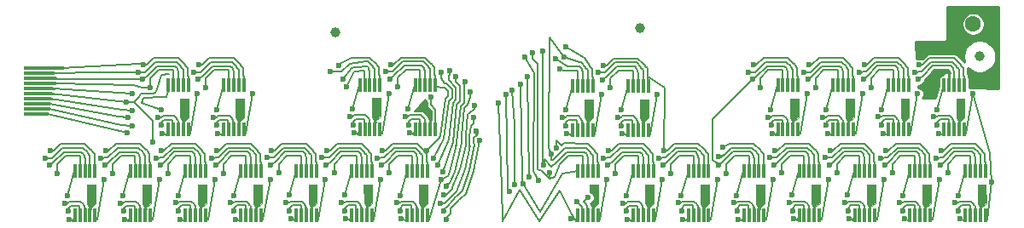
<source format=gtl>
G04 #@! TF.GenerationSoftware,KiCad,Pcbnew,5.1.4-e60b266~84~ubuntu16.04.1*
G04 #@! TF.CreationDate,2019-10-21T03:29:06-05:00*
G04 #@! TF.ProjectId,Quantum MCP4262-502 25x expansion flex for GWAAM-Sea Aid,5175616e-7475-46d2-904d-435034323632,rev?*
G04 #@! TF.SameCoordinates,Original*
G04 #@! TF.FileFunction,Copper,L1,Top*
G04 #@! TF.FilePolarity,Positive*
%FSLAX46Y46*%
G04 Gerber Fmt 4.6, Leading zero omitted, Abs format (unit mm)*
G04 Created by KiCad (PCBNEW 5.1.4-e60b266~84~ubuntu16.04.1) date 2019-10-21 03:29:06*
%MOMM*%
%LPD*%
G04 APERTURE LIST*
%ADD10C,0.100000*%
%ADD11C,1.000000*%
%ADD12R,1.500000X0.300000*%
%ADD13R,0.300000X1.400000*%
%ADD14C,1.600000*%
%ADD15C,0.600000*%
%ADD16C,0.299000*%
%ADD17C,0.200000*%
%ADD18C,0.298000*%
%ADD19C,0.254000*%
G04 APERTURE END LIST*
D10*
G36*
X111130080Y-108442760D02*
G01*
X111135160Y-108883450D01*
X111587280Y-109344460D01*
X111579660Y-110238540D01*
X111526916Y-110327120D01*
X111529456Y-110492220D01*
X111332110Y-110492075D01*
X111334650Y-110329515D01*
X111145055Y-109907422D01*
X111028480Y-109778800D01*
X110634780Y-109381290D01*
X109755940Y-109367320D01*
X110859570Y-108088430D01*
X111130080Y-108442760D01*
G37*
X111130080Y-108442760D02*
X111135160Y-108883450D01*
X111587280Y-109344460D01*
X111579660Y-110238540D01*
X111526916Y-110327120D01*
X111529456Y-110492220D01*
X111332110Y-110492075D01*
X111334650Y-110329515D01*
X111145055Y-109907422D01*
X111028480Y-109778800D01*
X110634780Y-109381290D01*
X109755940Y-109367320D01*
X110859570Y-108088430D01*
X111130080Y-108442760D01*
G36*
X128104567Y-118528062D02*
G01*
X127656299Y-118933005D01*
X127658839Y-119098105D01*
X127461493Y-119097960D01*
X127464033Y-118935400D01*
X127274438Y-118513307D01*
X127440402Y-118400692D01*
X127626398Y-118169828D01*
X127647700Y-117919500D01*
X127596900Y-117680740D01*
X127426720Y-117502940D01*
X127276860Y-117414040D01*
X127273621Y-116671807D01*
X128103296Y-116671807D01*
X128104567Y-118528062D01*
G37*
X128104567Y-118528062D02*
X127656299Y-118933005D01*
X127658839Y-119098105D01*
X127461493Y-119097960D01*
X127464033Y-118935400D01*
X127274438Y-118513307D01*
X127440402Y-118400692D01*
X127626398Y-118169828D01*
X127647700Y-117919500D01*
X127596900Y-117680740D01*
X127426720Y-117502940D01*
X127276860Y-117414040D01*
X127273621Y-116671807D01*
X128103296Y-116671807D01*
X128104567Y-118528062D01*
G36*
X166567413Y-118510530D02*
G01*
X166119145Y-118915473D01*
X166121685Y-119080573D01*
X165924339Y-119080428D01*
X165926879Y-118917868D01*
X165737284Y-118495775D01*
X165736467Y-116654275D01*
X166566142Y-116654275D01*
X166567413Y-118510530D01*
G37*
X166567413Y-118510530D02*
X166119145Y-118915473D01*
X166121685Y-119080573D01*
X165924339Y-119080428D01*
X165926879Y-118917868D01*
X165737284Y-118495775D01*
X165736467Y-116654275D01*
X166566142Y-116654275D01*
X166567413Y-118510530D01*
G36*
X164437223Y-109962115D02*
G01*
X163988955Y-110367058D01*
X163991495Y-110532158D01*
X163794149Y-110532013D01*
X163796689Y-110369453D01*
X163607094Y-109947360D01*
X163606277Y-108105860D01*
X164435952Y-108105860D01*
X164437223Y-109962115D01*
G37*
X164437223Y-109962115D02*
X163988955Y-110367058D01*
X163991495Y-110532158D01*
X163794149Y-110532013D01*
X163796689Y-110369453D01*
X163607094Y-109947360D01*
X163606277Y-108105860D01*
X164435952Y-108105860D01*
X164437223Y-109962115D01*
G36*
X161070603Y-118515520D02*
G01*
X160622335Y-118920463D01*
X160624875Y-119085563D01*
X160427529Y-119085418D01*
X160430069Y-118922858D01*
X160240474Y-118500765D01*
X160239657Y-116659265D01*
X161069332Y-116659265D01*
X161070603Y-118515520D01*
G37*
X161070603Y-118515520D02*
X160622335Y-118920463D01*
X160624875Y-119085563D01*
X160427529Y-119085418D01*
X160430069Y-118922858D01*
X160240474Y-118500765D01*
X160239657Y-116659265D01*
X161069332Y-116659265D01*
X161070603Y-118515520D01*
G36*
X158940063Y-109971132D02*
G01*
X158491795Y-110376075D01*
X158494335Y-110541175D01*
X158296989Y-110541030D01*
X158299529Y-110378470D01*
X158109934Y-109956377D01*
X158109117Y-108114877D01*
X158938792Y-108114877D01*
X158940063Y-109971132D01*
G37*
X158940063Y-109971132D02*
X158491795Y-110376075D01*
X158494335Y-110541175D01*
X158296989Y-110541030D01*
X158299529Y-110378470D01*
X158109934Y-109956377D01*
X158109117Y-108114877D01*
X158938792Y-108114877D01*
X158940063Y-109971132D01*
G36*
X153452599Y-109979307D02*
G01*
X153004331Y-110384250D01*
X153006871Y-110549350D01*
X152809525Y-110549205D01*
X152812065Y-110386645D01*
X152622470Y-109964552D01*
X152621653Y-108123052D01*
X153451328Y-108123052D01*
X153452599Y-109979307D01*
G37*
X153452599Y-109979307D02*
X153004331Y-110384250D01*
X153006871Y-110549350D01*
X152809525Y-110549205D01*
X152812065Y-110386645D01*
X152622470Y-109964552D01*
X152621653Y-108123052D01*
X153451328Y-108123052D01*
X153452599Y-109979307D01*
G36*
X155573491Y-118506350D02*
G01*
X155125223Y-118911293D01*
X155127763Y-119076393D01*
X154930417Y-119076248D01*
X154932957Y-118913688D01*
X154743362Y-118491595D01*
X154742545Y-116650095D01*
X155572220Y-116650095D01*
X155573491Y-118506350D01*
G37*
X155573491Y-118506350D02*
X155125223Y-118911293D01*
X155127763Y-119076393D01*
X154930417Y-119076248D01*
X154932957Y-118913688D01*
X154743362Y-118491595D01*
X154742545Y-116650095D01*
X155572220Y-116650095D01*
X155573491Y-118506350D01*
G36*
X150076877Y-118505126D02*
G01*
X149628609Y-118910069D01*
X149631149Y-119075169D01*
X149433803Y-119075024D01*
X149436343Y-118912464D01*
X149246748Y-118490371D01*
X149245931Y-116648871D01*
X150075606Y-116648871D01*
X150076877Y-118505126D01*
G37*
X150076877Y-118505126D02*
X149628609Y-118910069D01*
X149631149Y-119075169D01*
X149433803Y-119075024D01*
X149436343Y-118912464D01*
X149246748Y-118490371D01*
X149245931Y-116648871D01*
X150075606Y-116648871D01*
X150076877Y-118505126D01*
G36*
X147955923Y-109978295D02*
G01*
X147507655Y-110383238D01*
X147510195Y-110548338D01*
X147312849Y-110548193D01*
X147315389Y-110385633D01*
X147125794Y-109963540D01*
X147124977Y-108122040D01*
X147954652Y-108122040D01*
X147955923Y-109978295D01*
G37*
X147955923Y-109978295D02*
X147507655Y-110383238D01*
X147510195Y-110548338D01*
X147312849Y-110548193D01*
X147315389Y-110385633D01*
X147125794Y-109963540D01*
X147124977Y-108122040D01*
X147954652Y-108122040D01*
X147955923Y-109978295D01*
G36*
X144589359Y-118515255D02*
G01*
X144141091Y-118920198D01*
X144143631Y-119085298D01*
X143946285Y-119085153D01*
X143948825Y-118922593D01*
X143759230Y-118500500D01*
X143758413Y-116659000D01*
X144588088Y-116659000D01*
X144589359Y-118515255D01*
G37*
X144589359Y-118515255D02*
X144141091Y-118920198D01*
X144143631Y-119085298D01*
X143946285Y-119085153D01*
X143948825Y-118922593D01*
X143759230Y-118500500D01*
X143758413Y-116659000D01*
X144588088Y-116659000D01*
X144589359Y-118515255D01*
G36*
X139090246Y-118521583D02*
G01*
X138641978Y-118926526D01*
X138644518Y-119091626D01*
X138447172Y-119091481D01*
X138449712Y-118928921D01*
X138260117Y-118506828D01*
X138259300Y-116665328D01*
X139088975Y-116665328D01*
X139090246Y-118521583D01*
G37*
X139090246Y-118521583D02*
X138641978Y-118926526D01*
X138644518Y-119091626D01*
X138447172Y-119091481D01*
X138449712Y-118928921D01*
X138260117Y-118506828D01*
X138259300Y-116665328D01*
X139088975Y-116665328D01*
X139090246Y-118521583D01*
G36*
X133601316Y-118530266D02*
G01*
X133153048Y-118935209D01*
X133155588Y-119100309D01*
X132958242Y-119100164D01*
X132960782Y-118937604D01*
X132771187Y-118515511D01*
X132770370Y-116674011D01*
X133600045Y-116674011D01*
X133601316Y-118530266D01*
G37*
X133601316Y-118530266D02*
X133153048Y-118935209D01*
X133155588Y-119100309D01*
X132958242Y-119100164D01*
X132960782Y-118937604D01*
X132771187Y-118515511D01*
X132770370Y-116674011D01*
X133600045Y-116674011D01*
X133601316Y-118530266D01*
G36*
X133084678Y-110017964D02*
G01*
X132636410Y-110422907D01*
X132638950Y-110588007D01*
X132441604Y-110587862D01*
X132444144Y-110425302D01*
X132254549Y-110003209D01*
X132253732Y-108161709D01*
X133083407Y-108161709D01*
X133084678Y-110017964D01*
G37*
X133084678Y-110017964D02*
X132636410Y-110422907D01*
X132638950Y-110588007D01*
X132441604Y-110587862D01*
X132444144Y-110425302D01*
X132254549Y-110003209D01*
X132253732Y-108161709D01*
X133083407Y-108161709D01*
X133084678Y-110017964D01*
G36*
X127585580Y-110019159D02*
G01*
X127137312Y-110424102D01*
X127139852Y-110589202D01*
X126942506Y-110589057D01*
X126945046Y-110426497D01*
X126755451Y-110004404D01*
X126754634Y-108162904D01*
X127584309Y-108162904D01*
X127585580Y-110019159D01*
G37*
X127585580Y-110019159D02*
X127137312Y-110424102D01*
X127139852Y-110589202D01*
X126942506Y-110589057D01*
X126945046Y-110426497D01*
X126755451Y-110004404D01*
X126754634Y-108162904D01*
X127584309Y-108162904D01*
X127585580Y-110019159D01*
G36*
X106477697Y-109927295D02*
G01*
X106029429Y-110332238D01*
X106031969Y-110497338D01*
X105834623Y-110497193D01*
X105837163Y-110334633D01*
X105647568Y-109912540D01*
X105646751Y-108071040D01*
X106476426Y-108071040D01*
X106477697Y-109927295D01*
G37*
X106477697Y-109927295D02*
X106029429Y-110332238D01*
X106031969Y-110497338D01*
X105834623Y-110497193D01*
X105837163Y-110334633D01*
X105647568Y-109912540D01*
X105646751Y-108071040D01*
X106476426Y-108071040D01*
X106477697Y-109927295D01*
G36*
X92960826Y-109983317D02*
G01*
X92512558Y-110388260D01*
X92515098Y-110553360D01*
X92317752Y-110553215D01*
X92320292Y-110390655D01*
X92130697Y-109968562D01*
X92129880Y-108127062D01*
X92959555Y-108127062D01*
X92960826Y-109983317D01*
G37*
X92960826Y-109983317D02*
X92512558Y-110388260D01*
X92515098Y-110553360D01*
X92317752Y-110553215D01*
X92320292Y-110390655D01*
X92130697Y-109968562D01*
X92129880Y-108127062D01*
X92959555Y-108127062D01*
X92960826Y-109983317D01*
G36*
X87467447Y-109979057D02*
G01*
X87019179Y-110384000D01*
X87021719Y-110549100D01*
X86824373Y-110548955D01*
X86826913Y-110386395D01*
X86637318Y-109964302D01*
X86636501Y-108122802D01*
X87466176Y-108122802D01*
X87467447Y-109979057D01*
G37*
X87467447Y-109979057D02*
X87019179Y-110384000D01*
X87021719Y-110549100D01*
X86824373Y-110548955D01*
X86826913Y-110386395D01*
X86637318Y-109964302D01*
X86636501Y-108122802D01*
X87466176Y-108122802D01*
X87467447Y-109979057D01*
G36*
X111172739Y-118510645D02*
G01*
X110724471Y-118915588D01*
X110727011Y-119080688D01*
X110529665Y-119080543D01*
X110532205Y-118917983D01*
X110342610Y-118495890D01*
X110341793Y-116654390D01*
X111171468Y-116654390D01*
X111172739Y-118510645D01*
G37*
X111172739Y-118510645D02*
X110724471Y-118915588D01*
X110727011Y-119080688D01*
X110529665Y-119080543D01*
X110532205Y-118917983D01*
X110342610Y-118495890D01*
X110341793Y-116654390D01*
X111171468Y-116654390D01*
X111172739Y-118510645D01*
G36*
X105675643Y-118502202D02*
G01*
X105227375Y-118907145D01*
X105229915Y-119072245D01*
X105032569Y-119072100D01*
X105035109Y-118909540D01*
X104845514Y-118487447D01*
X104844697Y-116645947D01*
X105674372Y-116645947D01*
X105675643Y-118502202D01*
G37*
X105675643Y-118502202D02*
X105227375Y-118907145D01*
X105229915Y-119072245D01*
X105032569Y-119072100D01*
X105035109Y-118909540D01*
X104845514Y-118487447D01*
X104844697Y-116645947D01*
X105674372Y-116645947D01*
X105675643Y-118502202D01*
G36*
X100176685Y-118505061D02*
G01*
X99728417Y-118910004D01*
X99730957Y-119075104D01*
X99533611Y-119074959D01*
X99536151Y-118912399D01*
X99346556Y-118490306D01*
X99345739Y-116648806D01*
X100175414Y-116648806D01*
X100176685Y-118505061D01*
G37*
X100176685Y-118505061D02*
X99728417Y-118910004D01*
X99730957Y-119075104D01*
X99533611Y-119074959D01*
X99536151Y-118912399D01*
X99346556Y-118490306D01*
X99345739Y-116648806D01*
X100175414Y-116648806D01*
X100176685Y-118505061D01*
G36*
X94687620Y-118514617D02*
G01*
X94239352Y-118919560D01*
X94241892Y-119084660D01*
X94044546Y-119084515D01*
X94047086Y-118921955D01*
X93857491Y-118499862D01*
X93856674Y-116658362D01*
X94686349Y-116658362D01*
X94687620Y-118514617D01*
G37*
X94687620Y-118514617D02*
X94239352Y-118919560D01*
X94241892Y-119084660D01*
X94044546Y-119084515D01*
X94047086Y-118921955D01*
X93857491Y-118499862D01*
X93856674Y-116658362D01*
X94686349Y-116658362D01*
X94687620Y-118514617D01*
G36*
X89194097Y-118521635D02*
G01*
X88745829Y-118926578D01*
X88748369Y-119091678D01*
X88551023Y-119091533D01*
X88553563Y-118928973D01*
X88363968Y-118506880D01*
X88363151Y-116665380D01*
X89192826Y-116665380D01*
X89194097Y-118521635D01*
G37*
X89194097Y-118521635D02*
X88745829Y-118926578D01*
X88748369Y-119091678D01*
X88551023Y-119091533D01*
X88553563Y-118928973D01*
X88363968Y-118506880D01*
X88363151Y-116665380D01*
X89192826Y-116665380D01*
X89194097Y-118521635D01*
G36*
X83702578Y-118527846D02*
G01*
X83254310Y-118932789D01*
X83256850Y-119097889D01*
X83059504Y-119097744D01*
X83062044Y-118935184D01*
X82872449Y-118513091D01*
X82871632Y-116671591D01*
X83701307Y-116671591D01*
X83702578Y-118527846D01*
G37*
X83702578Y-118527846D02*
X83254310Y-118932789D01*
X83256850Y-119097889D01*
X83059504Y-119097744D01*
X83062044Y-118935184D01*
X82872449Y-118513091D01*
X82871632Y-116671591D01*
X83701307Y-116671591D01*
X83702578Y-118527846D01*
G36*
X78206149Y-118533695D02*
G01*
X77757881Y-118938638D01*
X77760421Y-119103738D01*
X77563075Y-119103593D01*
X77565615Y-118941033D01*
X77376020Y-118518940D01*
X77375203Y-116677440D01*
X78204878Y-116677440D01*
X78206149Y-118533695D01*
G37*
X78206149Y-118533695D02*
X77757881Y-118938638D01*
X77760421Y-119103738D01*
X77563075Y-119103593D01*
X77565615Y-118941033D01*
X77376020Y-118518940D01*
X77375203Y-116677440D01*
X78204878Y-116677440D01*
X78206149Y-118533695D01*
D11*
X132265420Y-101097080D03*
X102021640Y-101531420D03*
X165940740Y-103921560D03*
D12*
X71904860Y-106606720D03*
X71904860Y-105606720D03*
X71904860Y-108106720D03*
X71904860Y-109606720D03*
X71904860Y-108606720D03*
X71904860Y-107106720D03*
X71904860Y-109106720D03*
X71904860Y-107606720D03*
X71904860Y-106106720D03*
X71904860Y-105106720D03*
D13*
X144543020Y-115333420D03*
X144043020Y-115333420D03*
X143543020Y-115333420D03*
X143043020Y-115333420D03*
X142543020Y-115333420D03*
X142543020Y-119733420D03*
X143043020Y-119733420D03*
X143543020Y-119733420D03*
X144043020Y-119733420D03*
X144543020Y-119733420D03*
X133557520Y-119743580D03*
X133057520Y-119743580D03*
X132557520Y-119743580D03*
X132057520Y-119743580D03*
X131557520Y-119743580D03*
X131557520Y-115343580D03*
X132057520Y-115343580D03*
X132557520Y-115343580D03*
X133057520Y-115343580D03*
X133557520Y-115343580D03*
X139046460Y-119735960D03*
X138546460Y-119735960D03*
X138046460Y-119735960D03*
X137546460Y-119735960D03*
X137046460Y-119735960D03*
X137046460Y-115335960D03*
X137546460Y-115335960D03*
X138046460Y-115335960D03*
X138546460Y-115335960D03*
X139046460Y-115335960D03*
X155528520Y-119720720D03*
X155028520Y-119720720D03*
X154528520Y-119720720D03*
X154028520Y-119720720D03*
X153528520Y-119720720D03*
X153528520Y-115320720D03*
X154028520Y-115320720D03*
X154528520Y-115320720D03*
X155028520Y-115320720D03*
X155528520Y-115320720D03*
X128060960Y-115346120D03*
X127560960Y-115346120D03*
X127060960Y-115346120D03*
X126560960Y-115346120D03*
X126060960Y-115346120D03*
X126060960Y-119746120D03*
X126560960Y-119746120D03*
X127060960Y-119746120D03*
X127560960Y-119746120D03*
X128060960Y-119746120D03*
X150031960Y-115323260D03*
X149531960Y-115323260D03*
X149031960Y-115323260D03*
X148531960Y-115323260D03*
X148031960Y-115323260D03*
X148031960Y-119723260D03*
X148531960Y-119723260D03*
X149031960Y-119723260D03*
X149531960Y-119723260D03*
X150031960Y-119723260D03*
X166524180Y-115325800D03*
X166024180Y-115325800D03*
X165524180Y-115325800D03*
X165024180Y-115325800D03*
X164524180Y-115325800D03*
X164524180Y-119725800D03*
X165024180Y-119725800D03*
X165524180Y-119725800D03*
X166024180Y-119725800D03*
X166524180Y-119725800D03*
X161027620Y-119728340D03*
X160527620Y-119728340D03*
X160027620Y-119728340D03*
X159527620Y-119728340D03*
X159027620Y-119728340D03*
X159027620Y-115328340D03*
X159527620Y-115328340D03*
X160027620Y-115328340D03*
X160527620Y-115328340D03*
X161027620Y-115328340D03*
X100133660Y-119723260D03*
X99633660Y-119723260D03*
X99133660Y-119723260D03*
X98633660Y-119723260D03*
X98133660Y-119723260D03*
X98133660Y-115323260D03*
X98633660Y-115323260D03*
X99133660Y-115323260D03*
X99633660Y-115323260D03*
X100133660Y-115323260D03*
X105630220Y-115320720D03*
X105130220Y-115320720D03*
X104630220Y-115320720D03*
X104130220Y-115320720D03*
X103630220Y-115320720D03*
X103630220Y-119720720D03*
X104130220Y-119720720D03*
X104630220Y-119720720D03*
X105130220Y-119720720D03*
X105630220Y-119720720D03*
X94644720Y-119733420D03*
X94144720Y-119733420D03*
X93644720Y-119733420D03*
X93144720Y-119733420D03*
X92644720Y-119733420D03*
X92644720Y-115333420D03*
X93144720Y-115333420D03*
X93644720Y-115333420D03*
X94144720Y-115333420D03*
X94644720Y-115333420D03*
X89148160Y-115335960D03*
X88648160Y-115335960D03*
X88148160Y-115335960D03*
X87648160Y-115335960D03*
X87148160Y-115335960D03*
X87148160Y-119735960D03*
X87648160Y-119735960D03*
X88148160Y-119735960D03*
X88648160Y-119735960D03*
X89148160Y-119735960D03*
X78162660Y-119746120D03*
X77662660Y-119746120D03*
X77162660Y-119746120D03*
X76662660Y-119746120D03*
X76162660Y-119746120D03*
X76162660Y-115346120D03*
X76662660Y-115346120D03*
X77162660Y-115346120D03*
X77662660Y-115346120D03*
X78162660Y-115346120D03*
X83659220Y-115343580D03*
X83159220Y-115343580D03*
X82659220Y-115343580D03*
X82159220Y-115343580D03*
X81659220Y-115343580D03*
X81659220Y-119743580D03*
X82159220Y-119743580D03*
X82659220Y-119743580D03*
X83159220Y-119743580D03*
X83659220Y-119743580D03*
X127542800Y-111234580D03*
X127042800Y-111234580D03*
X126542800Y-111234580D03*
X126042800Y-111234580D03*
X125542800Y-111234580D03*
X125542800Y-106834580D03*
X126042800Y-106834580D03*
X126542800Y-106834580D03*
X127042800Y-106834580D03*
X127542800Y-106834580D03*
X133039360Y-106832040D03*
X132539360Y-106832040D03*
X132039360Y-106832040D03*
X131539360Y-106832040D03*
X131039360Y-106832040D03*
X131039360Y-111232040D03*
X131539360Y-111232040D03*
X132039360Y-111232040D03*
X132539360Y-111232040D03*
X133039360Y-111232040D03*
X158896560Y-111183780D03*
X158396560Y-111183780D03*
X157896560Y-111183780D03*
X157396560Y-111183780D03*
X156896560Y-111183780D03*
X156896560Y-106783780D03*
X157396560Y-106783780D03*
X157896560Y-106783780D03*
X158396560Y-106783780D03*
X158896560Y-106783780D03*
X164393120Y-106781240D03*
X163893120Y-106781240D03*
X163393120Y-106781240D03*
X162893120Y-106781240D03*
X162393120Y-106781240D03*
X162393120Y-111181240D03*
X162893120Y-111181240D03*
X163393120Y-111181240D03*
X163893120Y-111181240D03*
X164393120Y-111181240D03*
X153407620Y-111193940D03*
X152907620Y-111193940D03*
X152407620Y-111193940D03*
X151907620Y-111193940D03*
X151407620Y-111193940D03*
X151407620Y-106793940D03*
X151907620Y-106793940D03*
X152407620Y-106793940D03*
X152907620Y-106793940D03*
X153407620Y-106793940D03*
X147911060Y-106796480D03*
X147411060Y-106796480D03*
X146911060Y-106796480D03*
X146411060Y-106796480D03*
X145911060Y-106796480D03*
X145911060Y-111196480D03*
X146411060Y-111196480D03*
X146911060Y-111196480D03*
X147411060Y-111196480D03*
X147911060Y-111196480D03*
X106432860Y-106745680D03*
X105932860Y-106745680D03*
X105432860Y-106745680D03*
X104932860Y-106745680D03*
X104432860Y-106745680D03*
X104432860Y-111145680D03*
X104932860Y-111145680D03*
X105432860Y-111145680D03*
X105932860Y-111145680D03*
X106432860Y-111145680D03*
X111929420Y-111143140D03*
X111429420Y-111143140D03*
X110929420Y-111143140D03*
X110429420Y-111143140D03*
X109929420Y-111143140D03*
X109929420Y-106743140D03*
X110429420Y-106743140D03*
X110929420Y-106743140D03*
X111429420Y-106743140D03*
X111929420Y-106743140D03*
X111129320Y-115328340D03*
X110629320Y-115328340D03*
X110129320Y-115328340D03*
X109629320Y-115328340D03*
X109129320Y-115328340D03*
X109129320Y-119728340D03*
X109629320Y-119728340D03*
X110129320Y-119728340D03*
X110629320Y-119728340D03*
X111129320Y-119728340D03*
X92917520Y-106796480D03*
X92417520Y-106796480D03*
X91917520Y-106796480D03*
X91417520Y-106796480D03*
X90917520Y-106796480D03*
X90917520Y-111196480D03*
X91417520Y-111196480D03*
X91917520Y-111196480D03*
X92417520Y-111196480D03*
X92917520Y-111196480D03*
X87420960Y-111199020D03*
X86920960Y-111199020D03*
X86420960Y-111199020D03*
X85920960Y-111199020D03*
X85420960Y-111199020D03*
X85420960Y-106799020D03*
X85920960Y-106799020D03*
X86420960Y-106799020D03*
X86920960Y-106799020D03*
X87420960Y-106799020D03*
D14*
X165287960Y-100690680D03*
D15*
X83675220Y-106994960D03*
X89171780Y-106992420D03*
X107383580Y-115524280D03*
X103098600Y-106928920D03*
X108183680Y-106939080D03*
X144165320Y-106992420D03*
X155150820Y-106979720D03*
X160647380Y-106977180D03*
X149661880Y-106989880D03*
X129293620Y-107027980D03*
X74416920Y-115542060D03*
X85402420Y-115531900D03*
X79913480Y-115539520D03*
X96387920Y-115519200D03*
X101884480Y-115516660D03*
X90898980Y-115529360D03*
X151782780Y-115516660D03*
X135300720Y-115531900D03*
X162778440Y-115521740D03*
X140797280Y-115529360D03*
X157281880Y-115524280D03*
X146286220Y-115519200D03*
X129811780Y-115539520D03*
X113974880Y-105895140D03*
X123240800Y-115473480D03*
X112697260Y-115376960D03*
X124294900Y-105189020D03*
X124294900Y-105189020D03*
X121594880Y-103576120D03*
X160251140Y-103197660D03*
X166773860Y-106484420D03*
X166834820Y-101940360D03*
X166834820Y-99885500D03*
X163494720Y-100045520D03*
X163888420Y-103207820D03*
X88315800Y-107647740D03*
X93812360Y-107645200D03*
X107327700Y-107594400D03*
X111498380Y-107988100D03*
X154302460Y-107642660D03*
X148805900Y-107645200D03*
X165287960Y-107629960D03*
X159791400Y-107632500D03*
X133934200Y-107680760D03*
X128437640Y-107683300D03*
X79057500Y-116194840D03*
X84554060Y-116192300D03*
X95539560Y-116182140D03*
X90043000Y-116184680D03*
X106525060Y-116169440D03*
X101028500Y-116171980D03*
X139941300Y-116184680D03*
X145437860Y-116182140D03*
X167081200Y-116390420D03*
X161922460Y-116177060D03*
X156423360Y-116169440D03*
X128955800Y-116194840D03*
X134452360Y-116192300D03*
X150926800Y-116171980D03*
X114876580Y-106387900D03*
X112488980Y-116197380D03*
X81866740Y-107579160D03*
X122199400Y-116222780D03*
X120766840Y-103997760D03*
X82903060Y-106205020D03*
X88399620Y-106202480D03*
X106611420Y-114734340D03*
X102801420Y-106159300D03*
X107411520Y-106149140D03*
X148889720Y-106199940D03*
X159875220Y-106187240D03*
X143393160Y-106202480D03*
X154378660Y-106189780D03*
X128521460Y-106238040D03*
X73644760Y-114752120D03*
X79141320Y-114749580D03*
X90126820Y-114739420D03*
X101112320Y-114726720D03*
X84630260Y-114741960D03*
X95615760Y-114729260D03*
X151010620Y-114726720D03*
X129039620Y-114749580D03*
X162006280Y-114731800D03*
X156509720Y-114734340D03*
X134528560Y-114741960D03*
X140025120Y-114739420D03*
X145514060Y-114729260D03*
X122707400Y-114747040D03*
X113372900Y-105318560D03*
X112191800Y-114729260D03*
X123855480Y-104152700D03*
X123855480Y-104152700D03*
X122613420Y-103337360D03*
X82486500Y-105476040D03*
X87983060Y-105473500D03*
X106194860Y-114005360D03*
X101498400Y-105422700D03*
X106994960Y-105420160D03*
X142976600Y-105473500D03*
X153962100Y-105460800D03*
X148473160Y-105470960D03*
X159458660Y-105458260D03*
X128104900Y-105509060D03*
X84213700Y-114012980D03*
X78724760Y-114020600D03*
X73228200Y-114023140D03*
X95199200Y-114000280D03*
X89710260Y-114010440D03*
X100695760Y-113997740D03*
X150594060Y-113997740D03*
X140060680Y-113896140D03*
X156093160Y-114005360D03*
X161589720Y-114002820D03*
X134112000Y-114012980D03*
X128623060Y-114020600D03*
X145097500Y-114000280D03*
X123416060Y-113639600D03*
X112476280Y-105468420D03*
X111704120Y-114043460D03*
X124708920Y-103969820D03*
X82985462Y-104771338D03*
X88482022Y-104768798D03*
X106693822Y-113300658D03*
X102362000Y-104800400D03*
X107493922Y-104715458D03*
X148972122Y-104766258D03*
X154461062Y-104756098D03*
X143475562Y-104768798D03*
X159957622Y-104753558D03*
X128603862Y-104804358D03*
X73727162Y-113318438D03*
X79223722Y-113315898D03*
X90209222Y-113305738D03*
X95698162Y-113295578D03*
X84712662Y-113308278D03*
X101194722Y-113293038D03*
X140423900Y-112963960D03*
X162088682Y-113298118D03*
X134610962Y-113308278D03*
X145596462Y-113295578D03*
X156592122Y-113300658D03*
X129122022Y-113315898D03*
X151093022Y-113293038D03*
X123934220Y-112986820D03*
X111094520Y-113319560D03*
X124904500Y-102915720D03*
X84406740Y-109951520D03*
X89903300Y-109948980D03*
X108115100Y-118480840D03*
X103418640Y-109898180D03*
X108915200Y-109895640D03*
X144896840Y-109948980D03*
X155882340Y-109936280D03*
X150393400Y-109946440D03*
X161378900Y-109933740D03*
X124528580Y-109987080D03*
X130025140Y-109984540D03*
X80645000Y-118496080D03*
X86133940Y-118488460D03*
X97119440Y-118475760D03*
X75148440Y-118498620D03*
X91630500Y-118485920D03*
X102616000Y-118473220D03*
X152514300Y-118473220D03*
X158013400Y-118480840D03*
X141528800Y-118485920D03*
X163509960Y-118478300D03*
X136032240Y-118488460D03*
X147017740Y-118475760D03*
X130543300Y-118496080D03*
X112453420Y-118513860D03*
X81419700Y-109994700D03*
X115735100Y-109964220D03*
X119575580Y-107241340D03*
X119781320Y-116631720D03*
X127081280Y-117952520D03*
X84745110Y-110757250D03*
X90241670Y-110754710D03*
X108453470Y-119286570D03*
X109253570Y-110701370D03*
X103757010Y-110703910D03*
X145235210Y-110754710D03*
X156220710Y-110742010D03*
X161717270Y-110739470D03*
X150731770Y-110752170D03*
X124866950Y-110792810D03*
X130363510Y-110790270D03*
X80983370Y-119301810D03*
X86472310Y-119294190D03*
X75486810Y-119304350D03*
X97457810Y-119281490D03*
X102954370Y-119278950D03*
X91968870Y-119291650D03*
X163848330Y-119284030D03*
X136370610Y-119294190D03*
X158351770Y-119286570D03*
X152852670Y-119278950D03*
X130881670Y-119301810D03*
X147356110Y-119281490D03*
X141867170Y-119291650D03*
X112755680Y-119296180D03*
X81887060Y-110807500D03*
X116006880Y-111310420D03*
X118899940Y-107729020D03*
X119298720Y-117363240D03*
X125945900Y-118399560D03*
X84711540Y-109202220D03*
X90208100Y-109199680D03*
X108419900Y-117731540D03*
X103723440Y-109148880D03*
X109220000Y-109146340D03*
X150698200Y-109197140D03*
X156187140Y-109186980D03*
X145201640Y-109199680D03*
X161683700Y-109184440D03*
X130329940Y-109235240D03*
X124833380Y-109237780D03*
X75453240Y-117749320D03*
X80949800Y-117746780D03*
X91935300Y-117736620D03*
X97424240Y-117726460D03*
X86438740Y-117739160D03*
X102920800Y-117723920D03*
X152819100Y-117723920D03*
X163814760Y-117729000D03*
X158318200Y-117731540D03*
X130848100Y-117746780D03*
X136337040Y-117739160D03*
X147322540Y-117726460D03*
X141833600Y-117736620D03*
X112763300Y-117713760D03*
X81887060Y-109265720D03*
X115783360Y-108803440D03*
X120594120Y-116603780D03*
X120345200Y-106692700D03*
X84856320Y-111566960D03*
X90352880Y-111564420D03*
X108564680Y-120096280D03*
X109364780Y-111511080D03*
X103868220Y-111513620D03*
X161828480Y-111549180D03*
X150842980Y-111561880D03*
X145346420Y-111564420D03*
X156331920Y-111551720D03*
X130474720Y-111599980D03*
X124978160Y-111602520D03*
X81094580Y-120111520D03*
X75598020Y-120114060D03*
X103065580Y-120088660D03*
X92080080Y-120101360D03*
X86583520Y-120103900D03*
X97569020Y-120091200D03*
X152963880Y-120088660D03*
X163959540Y-120093740D03*
X147467320Y-120091200D03*
X158462980Y-120096280D03*
X130992880Y-120111520D03*
X141978380Y-120101360D03*
X136481820Y-120103900D03*
X81333340Y-111544100D03*
X116329460Y-112303560D03*
X113009680Y-120101360D03*
X118211600Y-108541820D03*
X125397260Y-120091200D03*
X115402360Y-107424220D03*
X81257140Y-108473240D03*
X83875880Y-112466120D03*
X113047780Y-116809520D03*
X121048780Y-105910380D03*
X121213880Y-115902740D03*
D16*
X71828280Y-106606340D02*
X74261980Y-106606340D01*
D17*
X85911773Y-105269113D02*
X84486667Y-105269113D01*
X85920960Y-106799020D02*
X85911773Y-105269113D01*
X83675220Y-106080560D02*
X83675220Y-106994960D01*
X84486667Y-105269113D02*
X83675220Y-106080560D01*
X91417520Y-106796480D02*
X91408333Y-105266573D01*
X89983227Y-105266573D02*
X89171780Y-106078020D01*
X89171780Y-106078020D02*
X89171780Y-106992420D01*
X91408333Y-105266573D02*
X89983227Y-105266573D01*
X109629320Y-115328340D02*
X109620133Y-113798433D01*
X108195027Y-113798433D02*
X107383580Y-114609880D01*
X107383580Y-114609880D02*
X107383580Y-115524280D01*
X109620133Y-113798433D02*
X108195027Y-113798433D01*
X108183680Y-106024680D02*
X108183680Y-106939080D01*
X110420233Y-105213233D02*
X108995127Y-105213233D01*
X110429420Y-106743140D02*
X110420233Y-105213233D01*
X108995127Y-105213233D02*
X108183680Y-106024680D01*
X151907620Y-106793940D02*
X151898433Y-105264033D01*
X160647380Y-106062780D02*
X160647380Y-106977180D01*
X146411060Y-106796480D02*
X146401873Y-105266573D01*
X144976767Y-105266573D02*
X144165320Y-106078020D01*
X149661880Y-106075480D02*
X149661880Y-106989880D01*
X151898433Y-105264033D02*
X150473327Y-105264033D01*
X157396560Y-106783780D02*
X157387373Y-105253873D01*
X144165320Y-106078020D02*
X144165320Y-106992420D01*
X146401873Y-105266573D02*
X144976767Y-105266573D01*
X155962267Y-105253873D02*
X155150820Y-106065320D01*
X150473327Y-105264033D02*
X149661880Y-106075480D01*
X161458827Y-105251333D02*
X160647380Y-106062780D01*
X162883933Y-105251333D02*
X161458827Y-105251333D01*
X162893120Y-106781240D02*
X162883933Y-105251333D01*
X155150820Y-106065320D02*
X155150820Y-106979720D01*
X157387373Y-105253873D02*
X155962267Y-105253873D01*
X129293620Y-106113580D02*
X129293620Y-107027980D01*
X130105067Y-105302133D02*
X129293620Y-106113580D01*
X131530173Y-105302133D02*
X130105067Y-105302133D01*
X131539360Y-106832040D02*
X131530173Y-105302133D01*
X93144720Y-115333420D02*
X93135533Y-113803513D01*
X82150033Y-113813673D02*
X80724927Y-113813673D01*
X80724927Y-113813673D02*
X79913480Y-114625120D01*
X82159220Y-115343580D02*
X82150033Y-113813673D01*
X101884480Y-114602260D02*
X101884480Y-115516660D01*
X87648160Y-115335960D02*
X87638973Y-113806053D01*
X79913480Y-114625120D02*
X79913480Y-115539520D01*
X74416920Y-114627660D02*
X74416920Y-115542060D01*
X76653473Y-113816213D02*
X75228367Y-113816213D01*
X76662660Y-115346120D02*
X76653473Y-113816213D01*
X75228367Y-113816213D02*
X74416920Y-114627660D01*
X86213867Y-113806053D02*
X85402420Y-114617500D01*
X90898980Y-114614960D02*
X90898980Y-115529360D01*
X93135533Y-113803513D02*
X91710427Y-113803513D01*
X98633660Y-115323260D02*
X98624473Y-113793353D01*
X85402420Y-114617500D02*
X85402420Y-115531900D01*
X87638973Y-113806053D02*
X86213867Y-113806053D01*
X97199367Y-113793353D02*
X96387920Y-114604800D01*
X91710427Y-113803513D02*
X90898980Y-114614960D01*
X102695927Y-113790813D02*
X101884480Y-114602260D01*
X104121033Y-113790813D02*
X102695927Y-113790813D01*
X104130220Y-115320720D02*
X104121033Y-113790813D01*
X96387920Y-114604800D02*
X96387920Y-115519200D01*
X98624473Y-113793353D02*
X97199367Y-113793353D01*
X132048333Y-113813673D02*
X130623227Y-113813673D01*
X152594227Y-113790813D02*
X151782780Y-114602260D01*
X147097667Y-113793353D02*
X146286220Y-114604800D01*
X143043020Y-115333420D02*
X143033833Y-113803513D01*
X135300720Y-114617500D02*
X135300720Y-115531900D01*
X132057520Y-115343580D02*
X132048333Y-113813673D01*
X159527620Y-115328340D02*
X159518433Y-113798433D01*
X157281880Y-114609880D02*
X157281880Y-115524280D01*
X165014993Y-113795893D02*
X163589887Y-113795893D01*
X136112167Y-113806053D02*
X135300720Y-114617500D01*
X151782780Y-114602260D02*
X151782780Y-115516660D01*
X154028520Y-115320720D02*
X154019333Y-113790813D01*
X163589887Y-113795893D02*
X162778440Y-114607340D01*
X137537273Y-113806053D02*
X136112167Y-113806053D01*
X165024180Y-115325800D02*
X165014993Y-113795893D01*
X162778440Y-114607340D02*
X162778440Y-115521740D01*
X158093327Y-113798433D02*
X157281880Y-114609880D01*
X146286220Y-114604800D02*
X146286220Y-115519200D01*
X130623227Y-113813673D02*
X129811780Y-114625120D01*
X137546460Y-115335960D02*
X137537273Y-113806053D01*
X148522773Y-113793353D02*
X147097667Y-113793353D01*
X143033833Y-113803513D02*
X141608727Y-113803513D01*
X141608727Y-113803513D02*
X140797280Y-114614960D01*
X154019333Y-113790813D02*
X152594227Y-113790813D01*
X140797280Y-114614960D02*
X140797280Y-115529360D01*
X129811780Y-114625120D02*
X129811780Y-115539520D01*
X148531960Y-115323260D02*
X148522773Y-113793353D01*
X159518433Y-113798433D02*
X158093327Y-113798433D01*
X103850440Y-105407460D02*
X103098600Y-106928920D01*
X104924537Y-105359523D02*
X103850440Y-105407460D01*
X104932860Y-106745680D02*
X104924537Y-105359523D01*
X113974880Y-106408220D02*
X113974880Y-105895140D01*
X114367751Y-107092309D02*
X114374604Y-106821296D01*
X114367751Y-108389628D02*
X114367751Y-107092309D01*
X114038380Y-106471720D02*
X113974880Y-106408220D01*
X114374604Y-106821296D02*
X114038380Y-106471720D01*
X114058295Y-108699083D02*
X114367751Y-108389628D01*
X113655605Y-112406781D02*
X114058295Y-108699083D01*
X112697260Y-115376960D02*
X113655605Y-112406781D01*
X126551773Y-113816213D02*
X126560960Y-115346120D01*
X125126667Y-113816213D02*
X126551773Y-113816213D01*
X123240800Y-115473480D02*
X123276360Y-116113560D01*
X123276360Y-116113560D02*
X123746260Y-115917980D01*
X123746260Y-115917980D02*
X124315220Y-114627660D01*
X124315220Y-114627660D02*
X125126667Y-113816213D01*
X126033613Y-105304673D02*
X126042800Y-106834580D01*
X124608507Y-105304673D02*
X126033613Y-105304673D01*
X124294900Y-105189020D02*
X124608507Y-105304673D01*
X122476260Y-115310920D02*
X123276360Y-116113560D01*
X121594880Y-103576120D02*
X121594880Y-104162860D01*
X121594880Y-104162860D02*
X122107399Y-104675379D01*
X122107399Y-104675379D02*
X122107399Y-115150339D01*
X122107399Y-115150339D02*
X122476260Y-115310920D01*
X82903060Y-107045760D02*
X83675220Y-106994960D01*
X81925160Y-106766360D02*
X82903060Y-107045760D01*
X74261980Y-106606340D02*
X81925160Y-106766360D01*
D18*
X73903840Y-107106720D02*
X71823580Y-107106720D01*
D17*
X73985120Y-107106720D02*
X74328020Y-107094020D01*
X74328020Y-107094020D02*
X73947092Y-107137128D01*
X87628021Y-111631021D02*
X88315800Y-107647740D01*
X87420960Y-111423960D02*
X87628021Y-111631021D01*
X87420960Y-111199020D02*
X87420960Y-111423960D01*
X92917520Y-111196480D02*
X92917520Y-111421420D01*
X93124581Y-111628481D02*
X93812360Y-107645200D01*
X92917520Y-111421420D02*
X93124581Y-111628481D01*
X106432860Y-111145680D02*
X106432860Y-111370620D01*
X106639921Y-111577681D02*
X107327700Y-107594400D01*
X106432860Y-111370620D02*
X106639921Y-111577681D01*
X153407620Y-111193940D02*
X153407620Y-111418880D01*
X153407620Y-111418880D02*
X153614681Y-111625941D01*
X153614681Y-111625941D02*
X154302460Y-107642660D01*
X147911060Y-111421420D02*
X148118121Y-111628481D01*
X148118121Y-111628481D02*
X148805900Y-107645200D01*
X159103621Y-111615781D02*
X159791400Y-107632500D01*
X158896560Y-111408720D02*
X159103621Y-111615781D01*
X164600181Y-111613241D02*
X165287960Y-107629960D01*
X158896560Y-111183780D02*
X158896560Y-111408720D01*
X147911060Y-111196480D02*
X147911060Y-111421420D01*
X164393120Y-111406180D02*
X164600181Y-111613241D01*
X164393120Y-111181240D02*
X164393120Y-111406180D01*
X127749861Y-111666581D02*
X128437640Y-107683300D01*
X133039360Y-111456980D02*
X133246421Y-111664041D01*
X127542800Y-111459520D02*
X127749861Y-111666581D01*
X133246421Y-111664041D02*
X133934200Y-107680760D01*
X133039360Y-111232040D02*
X133039360Y-111456980D01*
X127542800Y-111234580D02*
X127542800Y-111459520D01*
X78162660Y-119746120D02*
X78162660Y-119971060D01*
X94644720Y-119733420D02*
X94644720Y-119958360D01*
X94644720Y-119958360D02*
X94851781Y-120165421D01*
X83659220Y-119743580D02*
X83659220Y-119968520D01*
X83866281Y-120175581D02*
X84554060Y-116192300D01*
X83659220Y-119968520D02*
X83866281Y-120175581D01*
X78162660Y-119971060D02*
X78369721Y-120178121D01*
X78369721Y-120178121D02*
X79057500Y-116194840D01*
X94851781Y-120165421D02*
X95539560Y-116182140D01*
X89148160Y-119960900D02*
X89355221Y-120167961D01*
X89355221Y-120167961D02*
X90043000Y-116184680D01*
X100340721Y-120155261D02*
X101028500Y-116171980D01*
X100133660Y-119948200D02*
X100340721Y-120155261D01*
X105837281Y-120152721D02*
X106525060Y-116169440D01*
X100133660Y-119723260D02*
X100133660Y-119948200D01*
X89148160Y-119735960D02*
X89148160Y-119960900D01*
X105630220Y-119945660D02*
X105837281Y-120152721D01*
X105630220Y-119720720D02*
X105630220Y-119945660D01*
X144750081Y-120165421D02*
X145437860Y-116182140D01*
X155528520Y-119945660D02*
X155735581Y-120152721D01*
X144543020Y-119733420D02*
X144543020Y-119958360D01*
X128268021Y-120178121D02*
X128955800Y-116194840D01*
X161234681Y-120160341D02*
X161922460Y-116177060D01*
X139046460Y-119735960D02*
X139046460Y-119960900D01*
X144543020Y-119958360D02*
X144750081Y-120165421D01*
X133557520Y-119968520D02*
X133764581Y-120175581D01*
X155528520Y-119720720D02*
X155528520Y-119945660D01*
X161027620Y-119953280D02*
X161234681Y-120160341D01*
X161027620Y-119728340D02*
X161027620Y-119953280D01*
X133764581Y-120175581D02*
X134452360Y-116192300D01*
X139046460Y-119960900D02*
X139253521Y-120167961D01*
X133557520Y-119743580D02*
X133557520Y-119968520D01*
X128060960Y-119971060D02*
X128268021Y-120178121D01*
X139253521Y-120167961D02*
X139941300Y-116184680D01*
X155735581Y-120152721D02*
X156423360Y-116169440D01*
X150239021Y-120155261D02*
X150926800Y-116171980D01*
X150031960Y-119948200D02*
X150239021Y-120155261D01*
X128060960Y-119746120D02*
X128060960Y-119971060D01*
X150031960Y-119723260D02*
X150031960Y-119948200D01*
X111336381Y-120160341D02*
X112488980Y-116197380D01*
X111129320Y-119953280D02*
X111336381Y-120160341D01*
X111129320Y-119728340D02*
X111129320Y-119953280D01*
X73347580Y-107104180D02*
X73824301Y-107130379D01*
X73824301Y-107130379D02*
X74179488Y-107149900D01*
X166731241Y-120157801D02*
X167081200Y-116390420D01*
X166524180Y-119950740D02*
X166731241Y-120157801D01*
X166524180Y-119725800D02*
X166524180Y-119950740D01*
X114767761Y-106654291D02*
X114767761Y-106496719D01*
X114778674Y-106665771D02*
X114767761Y-106654291D01*
X114767761Y-107097364D02*
X114778674Y-106665771D01*
X113961563Y-112912543D02*
X114050921Y-112471661D01*
X114767761Y-106496719D02*
X114876580Y-106387900D01*
X114050921Y-112471661D02*
X114440755Y-108882322D01*
X114440755Y-108882322D02*
X114767761Y-108555317D01*
X114767761Y-108555317D02*
X114767761Y-107097364D01*
X113387520Y-115376340D02*
X114020600Y-112659160D01*
X113149380Y-115857020D02*
X113387520Y-115376340D01*
X112488980Y-116197380D02*
X113149380Y-115857020D01*
X111929420Y-111368080D02*
X111912400Y-111478060D01*
X111929420Y-111143140D02*
X111929420Y-111368080D01*
X111498380Y-107988100D02*
X111498380Y-108734860D01*
X111949295Y-109185775D02*
X111949295Y-109848715D01*
X111498380Y-108734860D02*
X111949295Y-109185775D01*
X111912400Y-111478060D02*
X111949295Y-109848715D01*
X165287960Y-107629960D02*
X166979600Y-113545620D01*
X166979600Y-113545620D02*
X167081200Y-116390420D01*
X120766840Y-103997760D02*
X121707389Y-105613200D01*
X121707389Y-105613200D02*
X121691400Y-115313460D01*
X121691400Y-115313460D02*
X122199400Y-116222780D01*
X73947092Y-107137128D02*
X81866740Y-107579160D01*
X73824301Y-107130379D02*
X73947092Y-107137128D01*
D16*
X71904860Y-106106720D02*
X74256140Y-106106720D01*
D17*
X74288400Y-106138980D02*
X74256140Y-106106720D01*
X86420960Y-106799020D02*
X86420960Y-105575100D01*
X86420960Y-105575100D02*
X86420960Y-105984040D01*
X86314280Y-105104484D02*
X86420960Y-105575100D01*
X82903060Y-106205020D02*
X83275210Y-105914872D01*
X84320978Y-104869103D02*
X86076055Y-104869103D01*
X83275210Y-105914872D02*
X84320978Y-104869103D01*
X86076055Y-104869103D02*
X86314280Y-105104484D01*
X91917520Y-106796480D02*
X91917520Y-105572560D01*
X91810840Y-105101944D02*
X91917520Y-105572560D01*
X88771770Y-105912332D02*
X89817538Y-104866563D01*
X91917520Y-105572560D02*
X91917520Y-105981500D01*
X91572615Y-104866563D02*
X91810840Y-105101944D01*
X89817538Y-104866563D02*
X91572615Y-104866563D01*
X88399620Y-106202480D02*
X88771770Y-105912332D01*
X110129320Y-115328340D02*
X110129320Y-114104420D01*
X110022640Y-113633804D02*
X110129320Y-114104420D01*
X106983570Y-114444192D02*
X108029338Y-113398423D01*
X110129320Y-114104420D02*
X110129320Y-114513360D01*
X109784415Y-113398423D02*
X110022640Y-113633804D01*
X108029338Y-113398423D02*
X109784415Y-113398423D01*
X106611420Y-114734340D02*
X106983570Y-114444192D01*
X107783670Y-105858992D02*
X108829438Y-104813223D01*
X110584515Y-104813223D02*
X110822740Y-105048604D01*
X110929420Y-105519220D02*
X110929420Y-105928160D01*
X105432860Y-105521760D02*
X105432860Y-105930700D01*
X107411520Y-106149140D02*
X107783670Y-105858992D01*
X108829438Y-104813223D02*
X110584515Y-104813223D01*
X110929420Y-106743140D02*
X110929420Y-105519220D01*
X105432860Y-106745680D02*
X105432860Y-105521760D01*
X110822740Y-105048604D02*
X110929420Y-105519220D01*
X146804380Y-105101944D02*
X146911060Y-105572560D01*
X152300940Y-105099404D02*
X152407620Y-105570020D01*
X154750810Y-105899632D02*
X155796578Y-104853863D01*
X163286440Y-105086704D02*
X163393120Y-105557320D01*
X146566155Y-104866563D02*
X146804380Y-105101944D01*
X143765310Y-105912332D02*
X144811078Y-104866563D01*
X160247370Y-105897092D02*
X161293138Y-104851323D01*
X152062715Y-104864023D02*
X152300940Y-105099404D01*
X157789880Y-105089244D02*
X157896560Y-105559860D01*
X152407620Y-106793940D02*
X152407620Y-105570020D01*
X144811078Y-104866563D02*
X146566155Y-104866563D01*
X149261870Y-105909792D02*
X150307638Y-104864023D01*
X148889720Y-106199940D02*
X149261870Y-105909792D01*
X146911060Y-106796480D02*
X146911060Y-105572560D01*
X143393160Y-106202480D02*
X143765310Y-105912332D01*
X155796578Y-104853863D02*
X157551655Y-104853863D01*
X157551655Y-104853863D02*
X157789880Y-105089244D01*
X163393120Y-105557320D02*
X163393120Y-105966260D01*
X157896560Y-105559860D02*
X157896560Y-105968800D01*
X163393120Y-106781240D02*
X163393120Y-105557320D01*
X146911060Y-105572560D02*
X146911060Y-105981500D01*
X163048215Y-104851323D02*
X163286440Y-105086704D01*
X150307638Y-104864023D02*
X152062715Y-104864023D01*
X161293138Y-104851323D02*
X163048215Y-104851323D01*
X152407620Y-105570020D02*
X152407620Y-105978960D01*
X159875220Y-106187240D02*
X160247370Y-105897092D01*
X157896560Y-106783780D02*
X157896560Y-105559860D01*
X154378660Y-106189780D02*
X154750810Y-105899632D01*
X128893610Y-105947892D02*
X129939378Y-104902123D01*
X131932680Y-105137504D02*
X132039360Y-105608120D01*
X129939378Y-104902123D02*
X131694455Y-104902123D01*
X132039360Y-106832040D02*
X132039360Y-105608120D01*
X131694455Y-104902123D02*
X131932680Y-105137504D01*
X128521460Y-106238040D02*
X128893610Y-105947892D01*
X126542800Y-106834580D02*
X126542800Y-105610660D01*
X132039360Y-105608120D02*
X132039360Y-106017060D01*
X126542800Y-105610660D02*
X126542800Y-106019600D01*
X88041480Y-113641424D02*
X88148160Y-114112040D01*
X93538040Y-113638884D02*
X93644720Y-114109500D01*
X82314315Y-113413663D02*
X82552540Y-113649044D01*
X77055980Y-113651584D02*
X77162660Y-114122200D01*
X79141320Y-114749580D02*
X79513470Y-114459432D01*
X74016910Y-114461972D02*
X75062678Y-113416203D01*
X80559238Y-113413663D02*
X82314315Y-113413663D01*
X95987910Y-114439112D02*
X97033678Y-113393343D01*
X104523540Y-113626184D02*
X104630220Y-114096800D01*
X77162660Y-115346120D02*
X77162660Y-114122200D01*
X82659220Y-114119660D02*
X82659220Y-114528600D01*
X76817755Y-113416203D02*
X77055980Y-113651584D01*
X87803255Y-113406043D02*
X88041480Y-113641424D01*
X82659220Y-115343580D02*
X82659220Y-114119660D01*
X82552540Y-113649044D02*
X82659220Y-114119660D01*
X75062678Y-113416203D02*
X76817755Y-113416203D01*
X85002410Y-114451812D02*
X86048178Y-113406043D01*
X101484470Y-114436572D02*
X102530238Y-113390803D01*
X93299815Y-113403503D02*
X93538040Y-113638884D01*
X99026980Y-113628724D02*
X99133660Y-114099340D01*
X93644720Y-115333420D02*
X93644720Y-114109500D01*
X77162660Y-114122200D02*
X77162660Y-114531140D01*
X86048178Y-113406043D02*
X87803255Y-113406043D01*
X90498970Y-114449272D02*
X91544738Y-113403503D01*
X73644760Y-114752120D02*
X74016910Y-114461972D01*
X79513470Y-114459432D02*
X80559238Y-113413663D01*
X90126820Y-114739420D02*
X90498970Y-114449272D01*
X88148160Y-115335960D02*
X88148160Y-114112040D01*
X84630260Y-114741960D02*
X85002410Y-114451812D01*
X97033678Y-113393343D02*
X98788755Y-113393343D01*
X98788755Y-113393343D02*
X99026980Y-113628724D01*
X104630220Y-114096800D02*
X104630220Y-114505740D01*
X99133660Y-114099340D02*
X99133660Y-114508280D01*
X104630220Y-115320720D02*
X104630220Y-114096800D01*
X88148160Y-114112040D02*
X88148160Y-114520980D01*
X104285315Y-113390803D02*
X104523540Y-113626184D01*
X91544738Y-113403503D02*
X93299815Y-113403503D01*
X102530238Y-113390803D02*
X104285315Y-113390803D01*
X93644720Y-114109500D02*
X93644720Y-114518440D01*
X101112320Y-114726720D02*
X101484470Y-114436572D01*
X99133660Y-115323260D02*
X99133660Y-114099340D01*
X95615760Y-114729260D02*
X95987910Y-114439112D01*
X138046460Y-115335960D02*
X138046460Y-114112040D01*
X165524180Y-115325800D02*
X165524180Y-114101880D01*
X165524180Y-114101880D02*
X165524180Y-114510820D01*
X159682715Y-113398423D02*
X159920940Y-113633804D01*
X149031960Y-114099340D02*
X149031960Y-114508280D01*
X154528520Y-115320720D02*
X154528520Y-114096800D01*
X127060960Y-115346120D02*
X127060960Y-114122200D01*
X157927638Y-113398423D02*
X159682715Y-113398423D01*
X162378430Y-114441652D02*
X163424198Y-113395883D01*
X129411770Y-114459432D02*
X130457538Y-113413663D01*
X137701555Y-113406043D02*
X137939780Y-113641424D01*
X148687055Y-113393343D02*
X148925280Y-113628724D01*
X132450840Y-113649044D02*
X132557520Y-114119660D01*
X135946478Y-113406043D02*
X137701555Y-113406043D01*
X159920940Y-113633804D02*
X160027620Y-114104420D01*
X160027620Y-114104420D02*
X160027620Y-114513360D01*
X165417500Y-113631264D02*
X165524180Y-114101880D01*
X132557520Y-115343580D02*
X132557520Y-114119660D01*
X138046460Y-114112040D02*
X138046460Y-114520980D01*
X146931978Y-113393343D02*
X148687055Y-113393343D01*
X140025120Y-114739420D02*
X140397270Y-114449272D01*
X141443038Y-113403503D02*
X143198115Y-113403503D01*
X130457538Y-113413663D02*
X132212615Y-113413663D01*
X154421840Y-113626184D02*
X154528520Y-114096800D01*
X145886210Y-114439112D02*
X146931978Y-113393343D01*
X151382770Y-114436572D02*
X152428538Y-113390803D01*
X156509720Y-114734340D02*
X156881870Y-114444192D01*
X163424198Y-113395883D02*
X165179275Y-113395883D01*
X152428538Y-113390803D02*
X154183615Y-113390803D01*
X156881870Y-114444192D02*
X157927638Y-113398423D01*
X134900710Y-114451812D02*
X135946478Y-113406043D01*
X162006280Y-114731800D02*
X162378430Y-114441652D01*
X165179275Y-113395883D02*
X165417500Y-113631264D01*
X145514060Y-114729260D02*
X145886210Y-114439112D01*
X160027620Y-115328340D02*
X160027620Y-114104420D01*
X154528520Y-114096800D02*
X154528520Y-114505740D01*
X143543020Y-115333420D02*
X143543020Y-114109500D01*
X154183615Y-113390803D02*
X154421840Y-113626184D01*
X137939780Y-113641424D02*
X138046460Y-114112040D01*
X129039620Y-114749580D02*
X129411770Y-114459432D01*
X149031960Y-115323260D02*
X149031960Y-114099340D01*
X143543020Y-114109500D02*
X143543020Y-114518440D01*
X151010620Y-114726720D02*
X151382770Y-114436572D01*
X140397270Y-114449272D02*
X141443038Y-113403503D01*
X132557520Y-114119660D02*
X132557520Y-114528600D01*
X134528560Y-114741960D02*
X134900710Y-114451812D01*
X148925280Y-113628724D02*
X149031960Y-114099340D01*
X143436340Y-113638884D02*
X143543020Y-114109500D01*
X127060960Y-114122200D02*
X127060960Y-114531140D01*
X143198115Y-113403503D02*
X143436340Y-113638884D01*
X132212615Y-113413663D02*
X132450840Y-113649044D01*
X105326180Y-105051144D02*
X105432860Y-105521760D01*
X102801420Y-106159300D02*
X103601520Y-105044240D01*
X105194944Y-104921476D02*
X105326180Y-105051144D01*
X103601520Y-105044240D02*
X103980392Y-104976072D01*
X103980392Y-104976072D02*
X105194944Y-104921476D01*
X74933141Y-106138980D02*
X74688700Y-106138980D01*
X74688700Y-106138980D02*
X74288400Y-106138980D01*
X113261140Y-106276140D02*
X113372900Y-105318560D01*
X113967741Y-106985181D02*
X113261140Y-106276140D01*
X113967741Y-108223939D02*
X113967741Y-106985181D01*
X112191800Y-114729260D02*
X113275824Y-112198871D01*
X113275824Y-112198871D02*
X113675834Y-108515845D01*
X113675834Y-108515845D02*
X113967741Y-108223939D01*
X122742960Y-114089180D02*
X123426220Y-114879120D01*
X123426220Y-114879120D02*
X123915210Y-114461972D01*
X123915210Y-114461972D02*
X124960978Y-113416203D01*
X126954280Y-113651584D02*
X127060960Y-114122200D01*
X126716055Y-113416203D02*
X126954280Y-113651584D01*
X124960978Y-113416203D02*
X126716055Y-113416203D01*
X122742960Y-114711480D02*
X122707400Y-114747040D01*
X122742960Y-114089180D02*
X122742960Y-114711480D01*
X126197895Y-104904663D02*
X126436120Y-105140044D01*
X125054237Y-104904663D02*
X126197895Y-104904663D01*
X126436120Y-105140044D02*
X126542800Y-105610660D01*
X123855480Y-104152700D02*
X125054237Y-104904663D01*
X139460679Y-110134961D02*
X143393160Y-106202480D01*
X139460679Y-114184141D02*
X139460679Y-110134961D01*
X140025120Y-114739420D02*
X140025120Y-114703860D01*
X140025120Y-114703860D02*
X139817401Y-114496141D01*
X139817401Y-114496141D02*
X139772679Y-114496141D01*
X139772679Y-114496141D02*
X139460679Y-114184141D01*
X122613420Y-114653060D02*
X122707400Y-114747040D01*
X122613420Y-103337360D02*
X122613420Y-114653060D01*
X82039460Y-106146600D02*
X82903060Y-106205020D01*
X74688700Y-106138980D02*
X82039460Y-106146600D01*
D16*
X71904860Y-105606720D02*
X74039600Y-105606720D01*
D17*
X74039600Y-105606720D02*
X74223880Y-105577640D01*
X86713287Y-104936395D02*
X86713287Y-105003827D01*
X86239340Y-104468106D02*
X86713287Y-104936395D01*
X86920960Y-105211500D02*
X86920960Y-106799020D01*
X82486500Y-105476040D02*
X83167941Y-105456441D01*
X83167941Y-105456441D02*
X84155289Y-104469093D01*
X86713287Y-105003827D02*
X86920960Y-105211500D01*
X86074985Y-104469093D02*
X86239340Y-104468106D01*
X84155289Y-104469093D02*
X86074985Y-104469093D01*
X92209847Y-104933855D02*
X92209847Y-105001287D01*
X89651849Y-104466553D02*
X91571545Y-104466553D01*
X87983060Y-105473500D02*
X88664501Y-105453901D01*
X88664501Y-105453901D02*
X89651849Y-104466553D01*
X92417520Y-105208960D02*
X92417520Y-106796480D01*
X92209847Y-105001287D02*
X92417520Y-105208960D01*
X91571545Y-104466553D02*
X91735900Y-104465566D01*
X91735900Y-104465566D02*
X92209847Y-104933855D01*
X110421647Y-113465715D02*
X110421647Y-113533147D01*
X107863649Y-112998413D02*
X109783345Y-112998413D01*
X106194860Y-114005360D02*
X106876301Y-113985761D01*
X106876301Y-113985761D02*
X107863649Y-112998413D01*
X110629320Y-113740820D02*
X110629320Y-115328340D01*
X110421647Y-113533147D02*
X110629320Y-113740820D01*
X109783345Y-112998413D02*
X109947700Y-112997426D01*
X109947700Y-112997426D02*
X110421647Y-113465715D01*
X110747800Y-104412226D02*
X111221747Y-104880515D01*
X106994960Y-105420160D02*
X107676401Y-105400561D01*
X111429420Y-105155620D02*
X111429420Y-106743140D01*
X110583445Y-104413213D02*
X110747800Y-104412226D01*
X108663749Y-104413213D02*
X110583445Y-104413213D01*
X111221747Y-104880515D02*
X111221747Y-104947947D01*
X111221747Y-104947947D02*
X111429420Y-105155620D01*
X107676401Y-105400561D02*
X108663749Y-104413213D01*
X158188887Y-104988587D02*
X158396560Y-105196260D01*
X148473160Y-105470960D02*
X149154601Y-105451361D01*
X159458660Y-105458260D02*
X160140101Y-105438661D01*
X157714940Y-104452866D02*
X158188887Y-104921155D01*
X158396560Y-105196260D02*
X158396560Y-106783780D01*
X153962100Y-105460800D02*
X154643541Y-105441201D01*
X150141949Y-104464013D02*
X152061645Y-104464013D01*
X163685447Y-104918615D02*
X163685447Y-104986047D01*
X147203387Y-105001287D02*
X147411060Y-105208960D01*
X147411060Y-105208960D02*
X147411060Y-106796480D01*
X142976600Y-105473500D02*
X143658041Y-105453901D01*
X147203387Y-104933855D02*
X147203387Y-105001287D01*
X163211500Y-104450326D02*
X163685447Y-104918615D01*
X152061645Y-104464013D02*
X152226000Y-104463026D01*
X152699947Y-104931315D02*
X152699947Y-104998747D01*
X158188887Y-104921155D02*
X158188887Y-104988587D01*
X146729440Y-104465566D02*
X147203387Y-104933855D01*
X152226000Y-104463026D02*
X152699947Y-104931315D01*
X149154601Y-105451361D02*
X150141949Y-104464013D01*
X144645389Y-104466553D02*
X146565085Y-104466553D01*
X163047145Y-104451313D02*
X163211500Y-104450326D01*
X161127449Y-104451313D02*
X163047145Y-104451313D01*
X160140101Y-105438661D02*
X161127449Y-104451313D01*
X155630889Y-104453853D02*
X157550585Y-104453853D01*
X143658041Y-105453901D02*
X144645389Y-104466553D01*
X152907620Y-105206420D02*
X152907620Y-106793940D01*
X146565085Y-104466553D02*
X146729440Y-104465566D01*
X152699947Y-104998747D02*
X152907620Y-105206420D01*
X157550585Y-104453853D02*
X157714940Y-104452866D01*
X163685447Y-104986047D02*
X163893120Y-105193720D01*
X154643541Y-105441201D02*
X155630889Y-104453853D01*
X163893120Y-105193720D02*
X163893120Y-106781240D01*
X128104900Y-105509060D02*
X128786341Y-105489461D01*
X131857740Y-104501126D02*
X132331687Y-104969415D01*
X132331687Y-104969415D02*
X132331687Y-105036847D01*
X132331687Y-105036847D02*
X132539360Y-105244520D01*
X132539360Y-105244520D02*
X132539360Y-106832040D01*
X131693385Y-104502113D02*
X131857740Y-104501126D01*
X129773689Y-104502113D02*
X131693385Y-104502113D01*
X128786341Y-105489461D02*
X129773689Y-104502113D01*
X82951547Y-113480955D02*
X82951547Y-113548387D01*
X77454987Y-113483495D02*
X77454987Y-113550927D01*
X83159220Y-113756060D02*
X83159220Y-115343580D01*
X99425987Y-113528067D02*
X99633660Y-113735740D01*
X77662660Y-113758600D02*
X77662660Y-115346120D01*
X73228200Y-114023140D02*
X73909641Y-114003541D01*
X74896989Y-113016193D02*
X76816685Y-113016193D01*
X73909641Y-114003541D02*
X74896989Y-113016193D01*
X76981040Y-113015206D02*
X77454987Y-113483495D01*
X89710260Y-114010440D02*
X90391701Y-113990841D01*
X82313245Y-113013653D02*
X82477600Y-113012666D01*
X80393549Y-113013653D02*
X82313245Y-113013653D01*
X76816685Y-113016193D02*
X76981040Y-113015206D01*
X82951547Y-113548387D02*
X83159220Y-113756060D01*
X100695760Y-113997740D02*
X101377201Y-113978141D01*
X98952040Y-112992346D02*
X99425987Y-113460635D01*
X99633660Y-113735740D02*
X99633660Y-115323260D01*
X95199200Y-114000280D02*
X95880641Y-113980681D01*
X91379049Y-113003493D02*
X93298745Y-113003493D01*
X82477600Y-113012666D02*
X82951547Y-113480955D01*
X104922547Y-113458095D02*
X104922547Y-113525527D01*
X88440487Y-113540767D02*
X88648160Y-113748440D01*
X79406201Y-114001001D02*
X80393549Y-113013653D01*
X77454987Y-113550927D02*
X77662660Y-113758600D01*
X88648160Y-113748440D02*
X88648160Y-115335960D01*
X84213700Y-114012980D02*
X84895141Y-113993381D01*
X88440487Y-113473335D02*
X88440487Y-113540767D01*
X104448600Y-112989806D02*
X104922547Y-113458095D01*
X93298745Y-113003493D02*
X93463100Y-113002506D01*
X93937047Y-113470795D02*
X93937047Y-113538227D01*
X99425987Y-113460635D02*
X99425987Y-113528067D01*
X87966540Y-113005046D02*
X88440487Y-113473335D01*
X93463100Y-113002506D02*
X93937047Y-113470795D01*
X90391701Y-113990841D02*
X91379049Y-113003493D01*
X85882489Y-113006033D02*
X87802185Y-113006033D01*
X78724760Y-114020600D02*
X79406201Y-114001001D01*
X104284245Y-112990793D02*
X104448600Y-112989806D01*
X102364549Y-112990793D02*
X104284245Y-112990793D01*
X101377201Y-113978141D02*
X102364549Y-112990793D01*
X96867989Y-112993333D02*
X98787685Y-112993333D01*
X84895141Y-113993381D02*
X85882489Y-113006033D01*
X94144720Y-113745900D02*
X94144720Y-115333420D01*
X87802185Y-113006033D02*
X87966540Y-113005046D01*
X93937047Y-113538227D02*
X94144720Y-113745900D01*
X98787685Y-112993333D02*
X98952040Y-112992346D01*
X104922547Y-113525527D02*
X105130220Y-113733200D01*
X95880641Y-113980681D02*
X96867989Y-112993333D01*
X105130220Y-113733200D02*
X105130220Y-115320720D01*
X150594060Y-113997740D02*
X151275501Y-113978141D01*
X133057520Y-113756060D02*
X133057520Y-115343580D01*
X156093160Y-114005360D02*
X156774601Y-113985761D01*
X165816507Y-113463175D02*
X165816507Y-113530607D01*
X160527620Y-113740820D02*
X160527620Y-115328340D01*
X132211545Y-113013653D02*
X132375900Y-113012666D01*
X135780789Y-113006033D02*
X137700485Y-113006033D01*
X165342560Y-112994886D02*
X165816507Y-113463175D01*
X145097500Y-114000280D02*
X145778941Y-113980681D01*
X148850340Y-112992346D02*
X149324287Y-113460635D01*
X163258509Y-112995873D02*
X165178205Y-112995873D01*
X149531960Y-113735740D02*
X149531960Y-115323260D01*
X159846000Y-112997426D02*
X160319947Y-113465715D01*
X138338787Y-113540767D02*
X138546460Y-113748440D01*
X151275501Y-113978141D02*
X152262849Y-112990793D01*
X130291849Y-113013653D02*
X132211545Y-113013653D01*
X137700485Y-113006033D02*
X137864840Y-113005046D01*
X162271161Y-113983221D02*
X163258509Y-112995873D01*
X129304501Y-114001001D02*
X130291849Y-113013653D01*
X166024180Y-113738280D02*
X166024180Y-115325800D01*
X161589720Y-114002820D02*
X162271161Y-113983221D01*
X154182545Y-112990793D02*
X154346900Y-112989806D01*
X138546460Y-113748440D02*
X138546460Y-115335960D01*
X149324287Y-113460635D02*
X149324287Y-113528067D01*
X134793441Y-113993381D02*
X135780789Y-113006033D01*
X155028520Y-113733200D02*
X155028520Y-115320720D01*
X165178205Y-112995873D02*
X165342560Y-112994886D01*
X154820847Y-113525527D02*
X155028520Y-113733200D01*
X160319947Y-113465715D02*
X160319947Y-113533147D01*
X148685985Y-112993333D02*
X148850340Y-112992346D01*
X159681645Y-112998413D02*
X159846000Y-112997426D01*
X132849847Y-113548387D02*
X133057520Y-113756060D01*
X157761949Y-112998413D02*
X159681645Y-112998413D01*
X165816507Y-113530607D02*
X166024180Y-113738280D01*
X160319947Y-113533147D02*
X160527620Y-113740820D01*
X134112000Y-114012980D02*
X134793441Y-113993381D01*
X156774601Y-113985761D02*
X157761949Y-112998413D01*
X154346900Y-112989806D02*
X154820847Y-113458095D01*
X149324287Y-113528067D02*
X149531960Y-113735740D01*
X138338787Y-113473335D02*
X138338787Y-113540767D01*
X128623060Y-114020600D02*
X129304501Y-114001001D01*
X152262849Y-112990793D02*
X154182545Y-112990793D01*
X145778941Y-113980681D02*
X146766289Y-112993333D01*
X146766289Y-112993333D02*
X148685985Y-112993333D01*
X132375900Y-113012666D02*
X132849847Y-113480955D01*
X154820847Y-113458095D02*
X154820847Y-113525527D01*
X137864840Y-113005046D02*
X138338787Y-113473335D01*
X132849847Y-113480955D02*
X132849847Y-113548387D01*
X105932860Y-105158160D02*
X105932860Y-106745680D01*
X105725187Y-104950487D02*
X105932860Y-105158160D01*
X105725187Y-104883055D02*
X105725187Y-104950487D01*
X105251240Y-104414766D02*
X105725187Y-104883055D01*
X101498400Y-105422700D02*
X102577900Y-105440480D01*
X102577900Y-105440480D02*
X103426215Y-104647955D01*
X103426215Y-104647955D02*
X105086885Y-104415753D01*
X105086885Y-104415753D02*
X105251240Y-104414766D01*
X111704120Y-114043460D02*
X112779431Y-112084725D01*
X112580928Y-112446308D02*
X112779431Y-112084725D01*
X111704120Y-114043460D02*
X112580928Y-112446308D01*
X112847120Y-106604551D02*
X112491520Y-106090720D01*
X112491520Y-106090720D02*
X112476280Y-105468420D01*
X113021411Y-106604551D02*
X112847120Y-106604551D01*
X112779431Y-112084725D02*
X113293372Y-108332608D01*
X113293372Y-108332608D02*
X113567731Y-108058250D01*
X113567731Y-107150870D02*
X113021411Y-106604551D01*
X113567731Y-108058250D02*
X113567731Y-107150870D01*
X127560960Y-113758600D02*
X127560960Y-115346120D01*
X127353287Y-113550927D02*
X127560960Y-113758600D01*
X127353287Y-113483495D02*
X127353287Y-113550927D01*
X124275301Y-113536181D02*
X124795289Y-113016193D01*
X126879340Y-113015206D02*
X127353287Y-113483495D01*
X124795289Y-113016193D02*
X126714985Y-113016193D01*
X126714985Y-113016193D02*
X126879340Y-113015206D01*
X123616720Y-114175540D02*
X124293081Y-113518401D01*
X123416060Y-113639600D02*
X123416060Y-114254280D01*
X123562559Y-114229701D02*
X123616720Y-114175540D01*
X123531033Y-114254280D02*
X123562559Y-114229701D01*
X123416060Y-114254280D02*
X123531033Y-114254280D01*
X127042800Y-105247060D02*
X127042800Y-106834580D01*
X126835127Y-105039387D02*
X127042800Y-105247060D01*
X126196825Y-104504653D02*
X126361180Y-104503666D01*
X126361180Y-104503666D02*
X126835127Y-104971955D01*
X124708920Y-103969820D02*
X126196825Y-104504653D01*
X126835127Y-104971955D02*
X126835127Y-105039387D01*
X123416060Y-113639600D02*
X123184920Y-113037620D01*
X123184920Y-113037620D02*
X123250960Y-102052120D01*
X123250960Y-102052120D02*
X124708920Y-103969820D01*
X144043020Y-113745900D02*
X144043020Y-115333420D01*
X143835347Y-113538227D02*
X144043020Y-113745900D01*
X143361400Y-113002506D02*
X143835347Y-113470795D01*
X140060680Y-113896140D02*
X140290001Y-113990841D01*
X143835347Y-113470795D02*
X143835347Y-113538227D01*
X141277349Y-113003493D02*
X143197045Y-113003493D01*
X143197045Y-113003493D02*
X143361400Y-113002506D01*
X140060680Y-113896140D02*
X140577021Y-113703821D01*
X140577021Y-113703821D02*
X141277349Y-113003493D01*
X140290001Y-113990841D02*
X140577021Y-113703821D01*
X78295500Y-105521760D02*
X82486500Y-105476040D01*
X74039600Y-105606720D02*
X78295500Y-105521760D01*
X87420960Y-106799020D02*
X87420960Y-106784900D01*
X86155087Y-104068596D02*
X86402625Y-104067109D01*
X82985462Y-104771338D02*
X83287346Y-104771338D01*
X83989600Y-104069083D02*
X86073861Y-104069083D01*
X83287346Y-104771338D02*
X83989600Y-104069083D01*
X86073861Y-104069083D02*
X86155087Y-104068596D01*
X86402625Y-104067109D02*
X86918874Y-104577195D01*
X87112682Y-104837523D02*
X87353140Y-105077981D01*
X87112294Y-104768306D02*
X87112682Y-104837523D01*
X86918874Y-104577195D02*
X87112294Y-104768306D01*
X87353140Y-105077981D02*
X87353140Y-105653840D01*
X87353140Y-105841198D02*
X87414100Y-105902158D01*
X87353140Y-105653840D02*
X87353140Y-105841198D01*
X87414100Y-105902158D02*
X87414100Y-106568240D01*
X89486160Y-104066543D02*
X91570421Y-104066543D01*
X88482022Y-104768798D02*
X88783906Y-104768798D01*
X92608854Y-104765766D02*
X92609242Y-104834983D01*
X92849700Y-105838658D02*
X92910660Y-105899618D01*
X92609242Y-104834983D02*
X92849700Y-105075441D01*
X92849700Y-105651300D02*
X92849700Y-105838658D01*
X91651647Y-104066056D02*
X91899185Y-104064569D01*
X88783906Y-104768798D02*
X89486160Y-104066543D01*
X92849700Y-105075441D02*
X92849700Y-105651300D01*
X92910660Y-105899618D02*
X92910660Y-106565700D01*
X92415434Y-104574655D02*
X92608854Y-104765766D01*
X92917520Y-106796480D02*
X92917520Y-106782360D01*
X91899185Y-104064569D02*
X92415434Y-104574655D01*
X91570421Y-104066543D02*
X91651647Y-104066056D01*
X107697960Y-112598403D02*
X109782221Y-112598403D01*
X106693822Y-113300658D02*
X106995706Y-113300658D01*
X110820654Y-113297626D02*
X110821042Y-113366843D01*
X111061500Y-114370518D02*
X111122460Y-114431478D01*
X110821042Y-113366843D02*
X111061500Y-113607301D01*
X111061500Y-114183160D02*
X111061500Y-114370518D01*
X109863447Y-112597916D02*
X110110985Y-112596429D01*
X106995706Y-113300658D02*
X107697960Y-112598403D01*
X111061500Y-113607301D02*
X111061500Y-114183160D01*
X111122460Y-114431478D02*
X111122460Y-115097560D01*
X110627234Y-113106515D02*
X110820654Y-113297626D01*
X111129320Y-115328340D02*
X111129320Y-115314220D01*
X110110985Y-112596429D02*
X110627234Y-113106515D01*
X109782221Y-112598403D02*
X109863447Y-112597916D01*
X111861600Y-105785318D02*
X111922560Y-105846278D01*
X107795806Y-104715458D02*
X108498060Y-104013203D01*
X111427334Y-104521315D02*
X111620754Y-104712426D01*
X110911085Y-104011229D02*
X111427334Y-104521315D01*
X107493922Y-104715458D02*
X107795806Y-104715458D01*
X111861600Y-105022101D02*
X111861600Y-105597960D01*
X111621142Y-104781643D02*
X111861600Y-105022101D01*
X111861600Y-105597960D02*
X111861600Y-105785318D01*
X110663547Y-104012716D02*
X110911085Y-104011229D01*
X111620754Y-104712426D02*
X111621142Y-104781643D01*
X106432860Y-106745680D02*
X106432860Y-106731560D01*
X108498060Y-104013203D02*
X110582321Y-104013203D01*
X111929420Y-106743140D02*
X111929420Y-106729020D01*
X110582321Y-104013203D02*
X110663547Y-104012716D01*
X111922560Y-105846278D02*
X111922560Y-106512360D01*
X153339800Y-105648760D02*
X153339800Y-105836118D01*
X147602782Y-104834983D02*
X147843240Y-105075441D01*
X153400760Y-105897078D02*
X153400760Y-106563160D01*
X153098954Y-104763226D02*
X153099342Y-104832443D01*
X147843240Y-105651300D02*
X147843240Y-105838658D01*
X152905534Y-104572115D02*
X153098954Y-104763226D01*
X146563961Y-104066543D02*
X146645187Y-104066056D01*
X147911060Y-106796480D02*
X147911060Y-106782360D01*
X164325300Y-105823418D02*
X164386260Y-105884378D01*
X155465200Y-104053843D02*
X157549461Y-104053843D01*
X153339800Y-105836118D02*
X153400760Y-105897078D01*
X147408974Y-104574655D02*
X147602394Y-104765766D01*
X153407620Y-106793940D02*
X153407620Y-106779820D01*
X152060521Y-104064003D02*
X152141747Y-104063516D01*
X164084454Y-104750526D02*
X164084842Y-104819743D01*
X149976260Y-104064003D02*
X152060521Y-104064003D01*
X152141747Y-104063516D02*
X152389285Y-104062029D01*
X144479700Y-104066543D02*
X146563961Y-104066543D01*
X158394474Y-104561955D02*
X158587894Y-104753066D01*
X147904200Y-105899618D02*
X147904200Y-106565700D01*
X163891034Y-104559415D02*
X164084454Y-104750526D01*
X158828740Y-105638600D02*
X158828740Y-105825958D01*
X158896560Y-106783780D02*
X158896560Y-106769660D01*
X163046021Y-104051303D02*
X163127247Y-104050816D01*
X158889700Y-105886918D02*
X158889700Y-106553000D01*
X164386260Y-105884378D02*
X164386260Y-106550460D01*
X153099342Y-104832443D02*
X153339800Y-105072901D01*
X146892725Y-104064569D02*
X147408974Y-104574655D01*
X152389285Y-104062029D02*
X152905534Y-104572115D01*
X160961760Y-104051303D02*
X163046021Y-104051303D01*
X157630687Y-104053356D02*
X157878225Y-104051869D01*
X159957622Y-104753558D02*
X160259506Y-104753558D01*
X158828740Y-105062741D02*
X158828740Y-105638600D01*
X164325300Y-105060201D02*
X164325300Y-105636060D01*
X158587894Y-104753066D02*
X158588282Y-104822283D01*
X147843240Y-105838658D02*
X147904200Y-105899618D01*
X143777446Y-104768798D02*
X144479700Y-104066543D01*
X143475562Y-104768798D02*
X143777446Y-104768798D01*
X154762946Y-104756098D02*
X155465200Y-104053843D01*
X154461062Y-104756098D02*
X154762946Y-104756098D01*
X163127247Y-104050816D02*
X163374785Y-104049329D01*
X147843240Y-105075441D02*
X147843240Y-105651300D01*
X153339800Y-105072901D02*
X153339800Y-105648760D01*
X147602394Y-104765766D02*
X147602782Y-104834983D01*
X157549461Y-104053843D02*
X157630687Y-104053356D01*
X164393120Y-106781240D02*
X164393120Y-106767120D01*
X149274006Y-104766258D02*
X149976260Y-104064003D01*
X146645187Y-104066056D02*
X146892725Y-104064569D01*
X158588282Y-104822283D02*
X158828740Y-105062741D01*
X164325300Y-105636060D02*
X164325300Y-105823418D01*
X148972122Y-104766258D02*
X149274006Y-104766258D01*
X160259506Y-104753558D02*
X160961760Y-104051303D01*
X164084842Y-104819743D02*
X164325300Y-105060201D01*
X157878225Y-104051869D02*
X158394474Y-104561955D01*
X163374785Y-104049329D02*
X163891034Y-104559415D01*
X158828740Y-105825958D02*
X158889700Y-105886918D01*
X132971540Y-105874218D02*
X133032500Y-105935178D01*
X132730694Y-104801326D02*
X132731082Y-104870543D01*
X133032500Y-105935178D02*
X133032500Y-106601260D01*
X127542800Y-106834580D02*
X127542800Y-106820460D01*
X131692261Y-104102103D02*
X131773487Y-104101616D01*
X132537274Y-104610215D02*
X132730694Y-104801326D01*
X131773487Y-104101616D02*
X132021025Y-104100129D01*
X133039360Y-106832040D02*
X133039360Y-106817920D01*
X132971540Y-105686860D02*
X132971540Y-105874218D01*
X128905746Y-104804358D02*
X129608000Y-104102103D01*
X132731082Y-104870543D02*
X132971540Y-105111001D01*
X132021025Y-104100129D02*
X132537274Y-104610215D01*
X129608000Y-104102103D02*
X131692261Y-104102103D01*
X128603862Y-104804358D02*
X128905746Y-104804358D01*
X132971540Y-105111001D02*
X132971540Y-105686860D01*
X78094840Y-114200940D02*
X78094840Y-114388298D01*
X78155800Y-114449258D02*
X78155800Y-115115340D01*
X79525606Y-113315898D02*
X80227860Y-112613643D01*
X83659220Y-115343580D02*
X83659220Y-115329460D01*
X82312121Y-112613643D02*
X82393347Y-112613156D01*
X78094840Y-114388298D02*
X78155800Y-114449258D01*
X83591400Y-113622541D02*
X83591400Y-114198400D01*
X76896787Y-112615696D02*
X77144325Y-112614209D01*
X79223722Y-113315898D02*
X79525606Y-113315898D01*
X77853994Y-113315406D02*
X77854382Y-113384623D01*
X83350942Y-113382083D02*
X83591400Y-113622541D01*
X94576900Y-114188240D02*
X94576900Y-114375598D01*
X88839882Y-113374463D02*
X89080340Y-113614921D01*
X74029046Y-113318438D02*
X74731300Y-112616183D01*
X73727162Y-113318438D02*
X74029046Y-113318438D01*
X94637860Y-114436558D02*
X94637860Y-115102640D01*
X94336054Y-113302706D02*
X94336442Y-113371923D01*
X89080340Y-114190780D02*
X89080340Y-114378138D01*
X94142634Y-113111595D02*
X94336054Y-113302706D01*
X87801061Y-112606023D02*
X87882287Y-112605536D01*
X89148160Y-115335960D02*
X89148160Y-115321840D01*
X76815561Y-112616183D02*
X76896787Y-112615696D01*
X74731300Y-112616183D02*
X76815561Y-112616183D01*
X80227860Y-112613643D02*
X82312121Y-112613643D01*
X77854382Y-113384623D02*
X78094840Y-113625081D01*
X78162660Y-115346120D02*
X78162660Y-115332000D01*
X105562400Y-114362898D02*
X105623360Y-114423858D01*
X96702300Y-112593323D02*
X98786561Y-112593323D01*
X94576900Y-114375598D02*
X94637860Y-114436558D01*
X88646074Y-113114135D02*
X88839494Y-113305246D01*
X83350554Y-113312866D02*
X83350942Y-113382083D01*
X83591400Y-114198400D02*
X83591400Y-114385758D01*
X83591400Y-114385758D02*
X83652360Y-114446718D01*
X83157134Y-113121755D02*
X83350554Y-113312866D01*
X82393347Y-112613156D02*
X82640885Y-112611669D01*
X82640885Y-112611669D02*
X83157134Y-113121755D01*
X83652360Y-114446718D02*
X83652360Y-115112800D01*
X94644720Y-115333420D02*
X94644720Y-115319300D01*
X93297621Y-112603483D02*
X93378847Y-112602996D01*
X105321554Y-113290006D02*
X105321942Y-113359223D01*
X91213360Y-112603483D02*
X93297621Y-112603483D01*
X77660574Y-113124295D02*
X77853994Y-113315406D01*
X93378847Y-112602996D02*
X93626385Y-112601509D01*
X85716800Y-112606023D02*
X87801061Y-112606023D01*
X99631574Y-113101435D02*
X99824994Y-113292546D01*
X89141300Y-114439098D02*
X89141300Y-115105180D01*
X105128134Y-113098895D02*
X105321554Y-113290006D01*
X100065840Y-114178080D02*
X100065840Y-114365438D01*
X100133660Y-115323260D02*
X100133660Y-115309140D01*
X104283121Y-112590783D02*
X104364347Y-112590296D01*
X100126800Y-114426398D02*
X100126800Y-115092480D01*
X105623360Y-114423858D02*
X105623360Y-115089940D01*
X78094840Y-113625081D02*
X78094840Y-114200940D01*
X77144325Y-112614209D02*
X77660574Y-113124295D01*
X94336442Y-113371923D02*
X94576900Y-113612381D01*
X88129825Y-112604049D02*
X88646074Y-113114135D01*
X93626385Y-112601509D02*
X94142634Y-113111595D01*
X102198860Y-112590783D02*
X104283121Y-112590783D01*
X98867787Y-112592836D02*
X99115325Y-112591349D01*
X101194722Y-113293038D02*
X101496606Y-113293038D01*
X100065840Y-113602221D02*
X100065840Y-114178080D01*
X105562400Y-113599681D02*
X105562400Y-114175540D01*
X99824994Y-113292546D02*
X99825382Y-113361763D01*
X89080340Y-114378138D02*
X89141300Y-114439098D01*
X85014546Y-113308278D02*
X85716800Y-112606023D01*
X84712662Y-113308278D02*
X85014546Y-113308278D01*
X96000046Y-113295578D02*
X96702300Y-112593323D01*
X95698162Y-113295578D02*
X96000046Y-113295578D01*
X104364347Y-112590296D02*
X104611885Y-112588809D01*
X89080340Y-113614921D02*
X89080340Y-114190780D01*
X94576900Y-113612381D02*
X94576900Y-114188240D01*
X88839494Y-113305246D02*
X88839882Y-113374463D01*
X98786561Y-112593323D02*
X98867787Y-112592836D01*
X105630220Y-115320720D02*
X105630220Y-115306600D01*
X90511106Y-113305738D02*
X91213360Y-112603483D01*
X87882287Y-112605536D02*
X88129825Y-112604049D01*
X99825382Y-113361763D02*
X100065840Y-113602221D01*
X105562400Y-114175540D02*
X105562400Y-114362898D01*
X90209222Y-113305738D02*
X90511106Y-113305738D01*
X101496606Y-113293038D02*
X102198860Y-112590783D01*
X105321942Y-113359223D02*
X105562400Y-113599681D01*
X99115325Y-112591349D02*
X99631574Y-113101435D01*
X104611885Y-112588809D02*
X105128134Y-113098895D01*
X100065840Y-114365438D02*
X100126800Y-114426398D01*
X162390566Y-113298118D02*
X163092820Y-112595863D01*
X160525534Y-113106515D02*
X160718954Y-113297626D01*
X159761747Y-112597916D02*
X160009285Y-112596429D01*
X128060960Y-115346120D02*
X128060960Y-115332000D01*
X165177081Y-112595863D02*
X165258307Y-112595376D01*
X133249242Y-113382083D02*
X133489700Y-113622541D01*
X162088682Y-113298118D02*
X162390566Y-113298118D01*
X166456360Y-113604761D02*
X166456360Y-114180620D01*
X145898346Y-113295578D02*
X146600600Y-112593323D01*
X145596462Y-113295578D02*
X145898346Y-113295578D01*
X149723294Y-113292546D02*
X149723682Y-113361763D01*
X133550660Y-114446718D02*
X133550660Y-115112800D01*
X161020760Y-114431478D02*
X161020760Y-115097560D01*
X149723682Y-113361763D02*
X149964140Y-113602221D01*
X160959800Y-114183160D02*
X160959800Y-114370518D01*
X132291647Y-112613156D02*
X132539185Y-112611669D01*
X166456360Y-114180620D02*
X166456360Y-114367978D01*
X159680521Y-112598403D02*
X159761747Y-112597916D01*
X134610962Y-113308278D02*
X134912846Y-113308278D01*
X133489700Y-114385758D02*
X133550660Y-114446718D01*
X133055434Y-113121755D02*
X133248854Y-113312866D01*
X138978640Y-113614921D02*
X138978640Y-114190780D01*
X160719342Y-113366843D02*
X160959800Y-113607301D01*
X160959800Y-114370518D02*
X161020760Y-114431478D01*
X156592122Y-113300658D02*
X156894006Y-113300658D01*
X154262647Y-112590296D02*
X154510185Y-112588809D01*
X133489700Y-114198400D02*
X133489700Y-114385758D01*
X132539185Y-112611669D02*
X133055434Y-113121755D01*
X166524180Y-115325800D02*
X166524180Y-115311680D01*
X155528520Y-115320720D02*
X155528520Y-115306600D01*
X160009285Y-112596429D02*
X160525534Y-113106515D01*
X138978640Y-114190780D02*
X138978640Y-114378138D01*
X166215514Y-113295086D02*
X166215902Y-113364303D01*
X156894006Y-113300658D02*
X157596260Y-112598403D01*
X149013625Y-112591349D02*
X149529874Y-113101435D01*
X149964140Y-113602221D02*
X149964140Y-114178080D01*
X138978640Y-114378138D02*
X139039600Y-114439098D01*
X165258307Y-112595376D02*
X165505845Y-112593889D01*
X138737794Y-113305246D02*
X138738182Y-113374463D01*
X166456360Y-114367978D02*
X166517320Y-114428938D01*
X161027620Y-115328340D02*
X161027620Y-115314220D01*
X160959800Y-113607301D02*
X160959800Y-114183160D01*
X165505845Y-112593889D02*
X166022094Y-113103975D01*
X166517320Y-114428938D02*
X166517320Y-115095020D01*
X139046460Y-115335960D02*
X139046460Y-115321840D01*
X157596260Y-112598403D02*
X159680521Y-112598403D01*
X137780587Y-112605536D02*
X138028125Y-112604049D01*
X144543020Y-115333420D02*
X144543020Y-115319300D01*
X155460700Y-114175540D02*
X155460700Y-114362898D01*
X163092820Y-112595863D02*
X165177081Y-112595863D01*
X166022094Y-113103975D02*
X166215514Y-113295086D01*
X129423906Y-113315898D02*
X130126160Y-112613643D01*
X149964140Y-114365438D02*
X150025100Y-114426398D01*
X138738182Y-113374463D02*
X138978640Y-113614921D01*
X155220242Y-113359223D02*
X155460700Y-113599681D01*
X160718954Y-113297626D02*
X160719342Y-113366843D01*
X137699361Y-112606023D02*
X137780587Y-112605536D01*
X151093022Y-113293038D02*
X151394906Y-113293038D01*
X148766087Y-112592836D02*
X149013625Y-112591349D01*
X149529874Y-113101435D02*
X149723294Y-113292546D01*
X139039600Y-114439098D02*
X139039600Y-115105180D01*
X155521660Y-114423858D02*
X155521660Y-115089940D01*
X132210421Y-112613643D02*
X132291647Y-112613156D01*
X133557520Y-115343580D02*
X133557520Y-115329460D01*
X150025100Y-114426398D02*
X150025100Y-115092480D01*
X138028125Y-112604049D02*
X138544374Y-113114135D01*
X129122022Y-113315898D02*
X129423906Y-113315898D01*
X155026434Y-113098895D02*
X155219854Y-113290006D01*
X149964140Y-114178080D02*
X149964140Y-114365438D01*
X130126160Y-112613643D02*
X132210421Y-112613643D01*
X154510185Y-112588809D02*
X155026434Y-113098895D01*
X155460700Y-113599681D02*
X155460700Y-114175540D01*
X146600600Y-112593323D02*
X148684861Y-112593323D01*
X134912846Y-113308278D02*
X135615100Y-112606023D01*
X133248854Y-113312866D02*
X133249242Y-113382083D01*
X135615100Y-112606023D02*
X137699361Y-112606023D01*
X152097160Y-112590783D02*
X154181421Y-112590783D01*
X155219854Y-113290006D02*
X155220242Y-113359223D01*
X151394906Y-113293038D02*
X152097160Y-112590783D01*
X154181421Y-112590783D02*
X154262647Y-112590296D01*
X155460700Y-114362898D02*
X155521660Y-114423858D01*
X150031960Y-115323260D02*
X150031960Y-115309140D01*
X133489700Y-113622541D02*
X133489700Y-114198400D01*
X148684861Y-112593323D02*
X148766087Y-112592836D01*
X138544374Y-113114135D02*
X138737794Y-113305246D01*
X166215902Y-113364303D02*
X166456360Y-113604761D01*
X105085761Y-104015743D02*
X105166987Y-104015256D01*
X103596643Y-104015743D02*
X105085761Y-104015743D01*
X102299246Y-104717998D02*
X103596643Y-104015743D01*
X106426000Y-105848818D02*
X106426000Y-106514900D01*
X106365040Y-105787858D02*
X106426000Y-105848818D01*
X102362000Y-104800400D02*
X102299246Y-104717998D01*
X105166987Y-104015256D02*
X105414525Y-104013769D01*
X106124194Y-104714966D02*
X106124582Y-104784183D01*
X105414525Y-104013769D02*
X106124194Y-104714966D01*
X106124582Y-104784183D02*
X106365040Y-105024641D01*
X106365040Y-105024641D02*
X106365040Y-105787858D01*
D16*
X71904860Y-105106720D02*
X74812140Y-105106720D01*
X74812140Y-105106720D02*
X75032278Y-105106720D01*
D17*
X112289442Y-106908600D02*
X111912400Y-106908600D01*
X112385401Y-107004559D02*
X112289442Y-106908600D01*
X112855721Y-107004559D02*
X112385401Y-107004559D01*
X112910911Y-108149371D02*
X113167721Y-107892561D01*
X111094520Y-113319560D02*
X112334117Y-112019003D01*
X113167721Y-107892561D02*
X113167721Y-107316559D01*
X112334117Y-112019003D02*
X112379421Y-111897899D01*
X113167721Y-107316559D02*
X112855721Y-107004559D01*
X112379421Y-111897899D02*
X112404015Y-111873305D01*
X112404015Y-111873305D02*
X112910911Y-108149371D01*
X128054100Y-114449258D02*
X128054100Y-115115340D01*
X127993140Y-113625081D02*
X127993140Y-114388298D01*
X127752682Y-113384623D02*
X127993140Y-113625081D01*
X127752294Y-113315406D02*
X127752682Y-113384623D01*
X127042625Y-112614209D02*
X127752294Y-113315406D01*
X124196182Y-112512182D02*
X124447300Y-112763300D01*
X123944380Y-112278160D02*
X124196182Y-112512182D01*
X123952000Y-112468660D02*
X123944380Y-112278160D01*
X124447300Y-112763300D02*
X124482483Y-112763300D01*
X127993140Y-114388298D02*
X128054100Y-114449258D01*
X124482483Y-112763300D02*
X124721485Y-112524298D01*
X124993642Y-112524298D02*
X126713861Y-112616183D01*
X124721485Y-112524298D02*
X124993642Y-112524298D01*
X126713861Y-112616183D02*
X126795087Y-112615696D01*
X123934220Y-112986820D02*
X123952000Y-112468660D01*
X126795087Y-112615696D02*
X127042625Y-112614209D01*
X127535940Y-105937718D02*
X127535940Y-106603800D01*
X127474980Y-105113541D02*
X127474980Y-105876758D01*
X124904500Y-102915720D02*
X126710440Y-104076500D01*
X127474980Y-105876758D02*
X127535940Y-105937718D01*
X127234134Y-104803866D02*
X127234522Y-104873083D01*
X126710440Y-104076500D02*
X127234134Y-104803866D01*
X127234522Y-104873083D02*
X127474980Y-105113541D01*
X132971540Y-105874218D02*
X134696200Y-107030520D01*
X134696200Y-107030520D02*
X134610962Y-113308278D01*
X144475200Y-113612381D02*
X144475200Y-114375598D01*
X144234742Y-113371923D02*
X144475200Y-113612381D01*
X144234354Y-113302706D02*
X144234742Y-113371923D01*
X144536160Y-114436558D02*
X144536160Y-115102640D01*
X144475200Y-114375598D02*
X144536160Y-114436558D01*
X140423900Y-112963960D02*
X141111660Y-112603483D01*
X141111660Y-112603483D02*
X143195921Y-112603483D01*
X143195921Y-112603483D02*
X143277147Y-112602996D01*
X143524685Y-112601509D02*
X144234354Y-113302706D01*
X143277147Y-112602996D02*
X143524685Y-112601509D01*
X82495109Y-104647011D02*
X82985462Y-104771338D01*
X74812140Y-105106720D02*
X82495109Y-104647011D01*
X91921514Y-110366626D02*
X91917520Y-111447940D01*
X89903300Y-109948980D02*
X90209319Y-109948980D01*
X91767531Y-110090790D02*
X91767531Y-110156489D01*
X90361830Y-109796469D02*
X91473210Y-109796469D01*
X91473210Y-109796469D02*
X91767531Y-110090790D01*
X91767531Y-110156489D02*
X91867521Y-110256479D01*
X91867521Y-110256479D02*
X91867521Y-110670340D01*
X90209319Y-109948980D02*
X90361830Y-109796469D01*
X110133314Y-118898486D02*
X110129320Y-119979800D01*
X108115100Y-118480840D02*
X108421119Y-118480840D01*
X109979331Y-118622650D02*
X109979331Y-118688349D01*
X108573630Y-118328329D02*
X109685010Y-118328329D01*
X109685010Y-118328329D02*
X109979331Y-118622650D01*
X109979331Y-118688349D02*
X110079321Y-118788339D01*
X110079321Y-118788339D02*
X110079321Y-119202200D01*
X108421119Y-118480840D02*
X108573630Y-118328329D01*
X103724659Y-109898180D02*
X103877170Y-109745669D01*
X105382861Y-110205679D02*
X105382861Y-110619540D01*
X108915200Y-109895640D02*
X109221219Y-109895640D01*
X105282871Y-110105689D02*
X105382861Y-110205679D01*
X105282871Y-110039990D02*
X105282871Y-110105689D01*
X105436854Y-110315826D02*
X105432860Y-111397140D01*
X109221219Y-109895640D02*
X109373730Y-109743129D01*
X109373730Y-109743129D02*
X110485110Y-109743129D01*
X110779431Y-110037450D02*
X110779431Y-110103149D01*
X103877170Y-109745669D02*
X104988550Y-109745669D01*
X110933414Y-110313286D02*
X110929420Y-111394600D01*
X104988550Y-109745669D02*
X105282871Y-110039990D01*
X110779431Y-110103149D02*
X110879421Y-110203139D01*
X110485110Y-109743129D02*
X110779431Y-110037450D01*
X103418640Y-109898180D02*
X103724659Y-109898180D01*
X110879421Y-110203139D02*
X110879421Y-110617000D01*
X151963310Y-109793929D02*
X152257631Y-110088250D01*
X157900554Y-110353926D02*
X157896560Y-111435240D01*
X157846561Y-110243779D02*
X157846561Y-110657640D01*
X144896840Y-109948980D02*
X145202859Y-109948980D01*
X150393400Y-109946440D02*
X150699419Y-109946440D01*
X145202859Y-109948980D02*
X145355370Y-109796469D01*
X161684919Y-109933740D02*
X161837430Y-109781229D01*
X157746571Y-110143789D02*
X157846561Y-110243779D01*
X146861061Y-110256479D02*
X146861061Y-110670340D01*
X155882340Y-109936280D02*
X156188359Y-109936280D01*
X156188359Y-109936280D02*
X156340870Y-109783769D01*
X146761071Y-110156489D02*
X146861061Y-110256479D01*
X146761071Y-110090790D02*
X146761071Y-110156489D01*
X146915054Y-110366626D02*
X146911060Y-111447940D01*
X157746571Y-110078090D02*
X157746571Y-110143789D01*
X152411614Y-110364086D02*
X152407620Y-111445400D01*
X157452250Y-109783769D02*
X157746571Y-110078090D01*
X161837430Y-109781229D02*
X162948810Y-109781229D01*
X156340870Y-109783769D02*
X157452250Y-109783769D01*
X152257631Y-110088250D02*
X152257631Y-110153949D01*
X152257631Y-110153949D02*
X152357621Y-110253939D01*
X152357621Y-110253939D02*
X152357621Y-110667800D01*
X163243131Y-110141249D02*
X163343121Y-110241239D01*
X163343121Y-110241239D02*
X163343121Y-110655100D01*
X150851930Y-109793929D02*
X151963310Y-109793929D01*
X145355370Y-109796469D02*
X146466750Y-109796469D01*
X161378900Y-109933740D02*
X161684919Y-109933740D01*
X150699419Y-109946440D02*
X150851930Y-109793929D01*
X146466750Y-109796469D02*
X146761071Y-110090790D01*
X162948810Y-109781229D02*
X163243131Y-110075550D01*
X163397114Y-110351386D02*
X163393120Y-111432700D01*
X163243131Y-110075550D02*
X163243131Y-110141249D01*
X126546794Y-110404726D02*
X126542800Y-111486040D01*
X126392811Y-110194589D02*
X126492801Y-110294579D01*
X131595050Y-109832029D02*
X131889371Y-110126350D01*
X130331159Y-109984540D02*
X130483670Y-109832029D01*
X124834599Y-109987080D02*
X124987110Y-109834569D01*
X124528580Y-109987080D02*
X124834599Y-109987080D01*
X126492801Y-110294579D02*
X126492801Y-110708440D01*
X131889371Y-110192049D02*
X131989361Y-110292039D01*
X131989361Y-110292039D02*
X131989361Y-110705900D01*
X130025140Y-109984540D02*
X130331159Y-109984540D01*
X132043354Y-110402186D02*
X132039360Y-111483500D01*
X131889371Y-110126350D02*
X131889371Y-110192049D01*
X126392811Y-110128890D02*
X126392811Y-110194589D01*
X126098490Y-109834569D02*
X126392811Y-110128890D01*
X130483670Y-109832029D02*
X131595050Y-109832029D01*
X124987110Y-109834569D02*
X126098490Y-109834569D01*
X82609221Y-118803579D02*
X82609221Y-119217440D01*
X82509231Y-118637890D02*
X82509231Y-118703589D01*
X80645000Y-118496080D02*
X80951019Y-118496080D01*
X75148440Y-118498620D02*
X75454459Y-118498620D01*
X76718350Y-118346109D02*
X77012671Y-118640430D01*
X77112661Y-118806119D02*
X77112661Y-119219980D01*
X93200410Y-118333409D02*
X93494731Y-118627730D01*
X81103530Y-118343569D02*
X82214910Y-118343569D01*
X77012671Y-118706129D02*
X77112661Y-118806119D01*
X82509231Y-118703589D02*
X82609221Y-118803579D01*
X82214910Y-118343569D02*
X82509231Y-118637890D01*
X75606970Y-118346109D02*
X76718350Y-118346109D01*
X77012671Y-118640430D02*
X77012671Y-118706129D01*
X99137654Y-118893406D02*
X99133660Y-119974720D01*
X99083661Y-118783259D02*
X99083661Y-119197120D01*
X86133940Y-118488460D02*
X86439959Y-118488460D01*
X91630500Y-118485920D02*
X91936519Y-118485920D01*
X86439959Y-118488460D02*
X86592470Y-118335949D01*
X102922019Y-118473220D02*
X103074530Y-118320709D01*
X98983671Y-118683269D02*
X99083661Y-118783259D01*
X88098161Y-118795959D02*
X88098161Y-119209820D01*
X97119440Y-118475760D02*
X97425459Y-118475760D01*
X97425459Y-118475760D02*
X97577970Y-118323249D01*
X87998171Y-118695969D02*
X88098161Y-118795959D01*
X87998171Y-118630270D02*
X87998171Y-118695969D01*
X88152154Y-118906106D02*
X88148160Y-119987420D01*
X75454459Y-118498620D02*
X75606970Y-118346109D01*
X77166654Y-118916266D02*
X77162660Y-119997580D01*
X80951019Y-118496080D02*
X81103530Y-118343569D01*
X82663214Y-118913726D02*
X82659220Y-119995040D01*
X98983671Y-118617570D02*
X98983671Y-118683269D01*
X93648714Y-118903566D02*
X93644720Y-119984880D01*
X98689350Y-118323249D02*
X98983671Y-118617570D01*
X103074530Y-118320709D02*
X104185910Y-118320709D01*
X97577970Y-118323249D02*
X98689350Y-118323249D01*
X93494731Y-118627730D02*
X93494731Y-118693429D01*
X93494731Y-118693429D02*
X93594721Y-118793419D01*
X93594721Y-118793419D02*
X93594721Y-119207280D01*
X104480231Y-118680729D02*
X104580221Y-118780719D01*
X104580221Y-118780719D02*
X104580221Y-119194580D01*
X92089030Y-118333409D02*
X93200410Y-118333409D01*
X86592470Y-118335949D02*
X87703850Y-118335949D01*
X102616000Y-118473220D02*
X102922019Y-118473220D01*
X91936519Y-118485920D02*
X92089030Y-118333409D01*
X87703850Y-118335949D02*
X87998171Y-118630270D01*
X104185910Y-118320709D02*
X104480231Y-118615030D01*
X104634214Y-118890866D02*
X104630220Y-119972180D01*
X104480231Y-118615030D02*
X104480231Y-118680729D01*
X165079870Y-118325789D02*
X165374191Y-118620110D01*
X152972830Y-118320709D02*
X154084210Y-118320709D01*
X147476270Y-118323249D02*
X148587650Y-118323249D01*
X158013400Y-118480840D02*
X158319419Y-118480840D01*
X143393031Y-118627730D02*
X143393031Y-118693429D01*
X158319419Y-118480840D02*
X158471930Y-118328329D01*
X136338259Y-118488460D02*
X136490770Y-118335949D01*
X132561514Y-118913726D02*
X132557520Y-119995040D01*
X132113210Y-118343569D02*
X132407531Y-118637890D01*
X158471930Y-118328329D02*
X159583310Y-118328329D01*
X127064954Y-118916266D02*
X127060960Y-119997580D01*
X165474181Y-118785799D02*
X165474181Y-119199660D01*
X159583310Y-118328329D02*
X159877631Y-118622650D01*
X154478521Y-118780719D02*
X154478521Y-119194580D01*
X148981961Y-118783259D02*
X148981961Y-119197120D01*
X159877631Y-118622650D02*
X159877631Y-118688349D01*
X136490770Y-118335949D02*
X137602150Y-118335949D01*
X137602150Y-118335949D02*
X137896471Y-118630270D01*
X159977621Y-118788339D02*
X159977621Y-119202200D01*
X165374191Y-118620110D02*
X165374191Y-118685809D01*
X165528174Y-118895946D02*
X165524180Y-119977260D01*
X160031614Y-118898486D02*
X160027620Y-119979800D01*
X154378531Y-118680729D02*
X154478521Y-118780719D01*
X148881971Y-118617570D02*
X148881971Y-118683269D01*
X163968490Y-118325789D02*
X165079870Y-118325789D01*
X141987330Y-118333409D02*
X143098710Y-118333409D01*
X154378531Y-118615030D02*
X154378531Y-118680729D01*
X154084210Y-118320709D02*
X154378531Y-118615030D01*
X141834819Y-118485920D02*
X141987330Y-118333409D01*
X147017740Y-118475760D02*
X147323759Y-118475760D01*
X159877631Y-118688349D02*
X159977621Y-118788339D01*
X165374191Y-118685809D02*
X165474181Y-118785799D01*
X143098710Y-118333409D02*
X143393031Y-118627730D01*
X143493021Y-118793419D02*
X143493021Y-119207280D01*
X132507521Y-118803579D02*
X132507521Y-119217440D01*
X163815979Y-118478300D02*
X163968490Y-118325789D01*
X154532514Y-118890866D02*
X154528520Y-119972180D01*
X132407531Y-118637890D02*
X132407531Y-118703589D01*
X152820319Y-118473220D02*
X152972830Y-118320709D01*
X163509960Y-118478300D02*
X163815979Y-118478300D01*
X131001830Y-118343569D02*
X132113210Y-118343569D01*
X143393031Y-118693429D02*
X143493021Y-118793419D01*
X149035954Y-118893406D02*
X149031960Y-119974720D01*
X152514300Y-118473220D02*
X152820319Y-118473220D01*
X132407531Y-118703589D02*
X132507521Y-118803579D01*
X137896471Y-118630270D02*
X137896471Y-118695969D01*
X136032240Y-118488460D02*
X136338259Y-118488460D01*
X138050454Y-118906106D02*
X138046460Y-119987420D01*
X137896471Y-118695969D02*
X137996461Y-118795959D01*
X143547014Y-118903566D02*
X143543020Y-119984880D01*
X148587650Y-118323249D02*
X148881971Y-118617570D01*
X147323759Y-118475760D02*
X147476270Y-118323249D01*
X141528800Y-118485920D02*
X141834819Y-118485920D01*
X137996461Y-118795959D02*
X137996461Y-119209820D01*
X130543300Y-118496080D02*
X130849319Y-118496080D01*
X148881971Y-118683269D02*
X148981961Y-118783259D01*
X130849319Y-118496080D02*
X131001830Y-118343569D01*
X126910971Y-118706129D02*
X127010961Y-118806119D01*
X127010961Y-118806119D02*
X127010961Y-119219980D01*
X126910971Y-118640430D02*
X126910971Y-118706129D01*
X126616650Y-118346109D02*
X126910971Y-118640430D01*
D16*
X73644760Y-108606720D02*
X73422640Y-108606720D01*
X73422640Y-108606720D02*
X71741160Y-108606720D01*
D17*
X114853720Y-115102640D02*
X115378230Y-112769650D01*
X114004469Y-117306531D02*
X114853720Y-115102640D01*
X112453420Y-118513860D02*
X112851202Y-118513860D01*
X112851202Y-118513860D02*
X113411000Y-117954062D01*
X113411000Y-117954062D02*
X113411000Y-117900001D01*
X113411000Y-117900001D02*
X114004469Y-117306531D01*
X115740180Y-110571280D02*
X115735100Y-109964220D01*
X115341864Y-112931404D02*
X115326481Y-112717901D01*
X115326481Y-111841191D02*
X115433692Y-110854072D01*
X115326481Y-112717901D02*
X115326481Y-111841191D01*
X115433692Y-110854072D02*
X115740180Y-110571280D01*
X119781320Y-110780558D02*
X119575580Y-107241340D01*
X119781320Y-116631720D02*
X119781320Y-110780558D01*
X127081280Y-117952520D02*
X126616650Y-118346109D01*
X80487520Y-109888020D02*
X81419700Y-109994700D01*
X73638100Y-108609440D02*
X80487520Y-109888020D01*
X73422640Y-108606720D02*
X73638100Y-108609440D01*
X85189269Y-109768849D02*
X85874860Y-109794040D01*
X84865270Y-109799009D02*
X85189269Y-109768849D01*
X84712759Y-109951520D02*
X84865270Y-109799009D01*
X84406740Y-109951520D02*
X84712759Y-109951520D01*
X85874860Y-109794040D02*
X85999470Y-109821830D01*
X85999470Y-109821830D02*
X86200130Y-110022490D01*
X86200130Y-110022490D02*
X86365080Y-110220760D01*
X86365080Y-110220760D02*
X86393020Y-110423960D01*
X86393020Y-110423960D02*
X86431120Y-110583980D01*
D16*
X71904860Y-109106720D02*
X73633580Y-109106720D01*
D17*
X85810961Y-110199019D02*
X85870961Y-110259019D01*
X85030959Y-110199019D02*
X85810961Y-110199019D01*
X84745110Y-110484868D02*
X85030959Y-110199019D01*
X84745110Y-110757250D02*
X84745110Y-110484868D01*
X85870961Y-110259019D02*
X85870961Y-110769400D01*
X90241670Y-110754710D02*
X90241670Y-110482328D01*
X90241670Y-110482328D02*
X90527519Y-110196479D01*
X91367521Y-110256479D02*
X91367521Y-110766860D01*
X90527519Y-110196479D02*
X91307521Y-110196479D01*
X91307521Y-110196479D02*
X91367521Y-110256479D01*
X108453470Y-119286570D02*
X108453470Y-119014188D01*
X108453470Y-119014188D02*
X108739319Y-118728339D01*
X109579321Y-118788339D02*
X109579321Y-119298720D01*
X108739319Y-118728339D02*
X109519321Y-118728339D01*
X109519321Y-118728339D02*
X109579321Y-118788339D01*
X103757010Y-110431528D02*
X104042859Y-110145679D01*
X104822861Y-110145679D02*
X104882861Y-110205679D01*
X109253570Y-110428988D02*
X109539419Y-110143139D01*
X104042859Y-110145679D02*
X104822861Y-110145679D01*
X104882861Y-110205679D02*
X104882861Y-110716060D01*
X103757010Y-110703910D02*
X103757010Y-110431528D01*
X110319421Y-110143139D02*
X110379421Y-110203139D01*
X109253570Y-110701370D02*
X109253570Y-110428988D01*
X109539419Y-110143139D02*
X110319421Y-110143139D01*
X110379421Y-110203139D02*
X110379421Y-110713520D01*
X151857621Y-110253939D02*
X151857621Y-110764320D01*
X145235210Y-110482328D02*
X145521059Y-110196479D01*
X146361061Y-110256479D02*
X146361061Y-110766860D01*
X151797621Y-110193939D02*
X151857621Y-110253939D01*
X161717270Y-110739470D02*
X161717270Y-110467088D01*
X150731770Y-110752170D02*
X150731770Y-110479788D01*
X162783121Y-110181239D02*
X162843121Y-110241239D01*
X150731770Y-110479788D02*
X151017619Y-110193939D01*
X145235210Y-110754710D02*
X145235210Y-110482328D01*
X162843121Y-110241239D02*
X162843121Y-110751620D01*
X157286561Y-110183779D02*
X157346561Y-110243779D01*
X156506559Y-110183779D02*
X157286561Y-110183779D01*
X151017619Y-110193939D02*
X151797621Y-110193939D01*
X162003119Y-110181239D02*
X162783121Y-110181239D01*
X146301061Y-110196479D02*
X146361061Y-110256479D01*
X157346561Y-110243779D02*
X157346561Y-110754160D01*
X145521059Y-110196479D02*
X146301061Y-110196479D01*
X156220710Y-110469628D02*
X156506559Y-110183779D01*
X161717270Y-110467088D02*
X162003119Y-110181239D01*
X156220710Y-110742010D02*
X156220710Y-110469628D01*
X130363510Y-110790270D02*
X130363510Y-110517888D01*
X131429361Y-110232039D02*
X131489361Y-110292039D01*
X130649359Y-110232039D02*
X131429361Y-110232039D01*
X125992801Y-110294579D02*
X125992801Y-110804960D01*
X124866950Y-110520428D02*
X125152799Y-110234579D01*
X131489361Y-110292039D02*
X131489361Y-110802420D01*
X130363510Y-110517888D02*
X130649359Y-110232039D01*
X124866950Y-110792810D02*
X124866950Y-110520428D01*
X125932801Y-110234579D02*
X125992801Y-110294579D01*
X125152799Y-110234579D02*
X125932801Y-110234579D01*
X82109221Y-118803579D02*
X82109221Y-119313960D01*
X75772659Y-118746119D02*
X76552661Y-118746119D01*
X76552661Y-118746119D02*
X76612661Y-118806119D01*
X81269219Y-118743579D02*
X82049221Y-118743579D01*
X80983370Y-119301810D02*
X80983370Y-119029428D01*
X75486810Y-119031968D02*
X75772659Y-118746119D01*
X93094721Y-118793419D02*
X93094721Y-119303800D01*
X86472310Y-119021808D02*
X86758159Y-118735959D01*
X82049221Y-118743579D02*
X82109221Y-118803579D01*
X87598161Y-118795959D02*
X87598161Y-119306340D01*
X80983370Y-119029428D02*
X81269219Y-118743579D01*
X93034721Y-118733419D02*
X93094721Y-118793419D01*
X102954370Y-119278950D02*
X102954370Y-119006568D01*
X91968870Y-119291650D02*
X91968870Y-119019268D01*
X75486810Y-119304350D02*
X75486810Y-119031968D01*
X104020221Y-118720719D02*
X104080221Y-118780719D01*
X76612661Y-118806119D02*
X76612661Y-119316500D01*
X91968870Y-119019268D02*
X92254719Y-118733419D01*
X86472310Y-119294190D02*
X86472310Y-119021808D01*
X104080221Y-118780719D02*
X104080221Y-119291100D01*
X98523661Y-118723259D02*
X98583661Y-118783259D01*
X97743659Y-118723259D02*
X98523661Y-118723259D01*
X92254719Y-118733419D02*
X93034721Y-118733419D01*
X103240219Y-118720719D02*
X104020221Y-118720719D01*
X87538161Y-118735959D02*
X87598161Y-118795959D01*
X98583661Y-118783259D02*
X98583661Y-119293640D01*
X86758159Y-118735959D02*
X87538161Y-118735959D01*
X97457810Y-119009108D02*
X97743659Y-118723259D01*
X102954370Y-119006568D02*
X103240219Y-118720719D01*
X97457810Y-119281490D02*
X97457810Y-119009108D01*
X148421961Y-118723259D02*
X148481961Y-118783259D01*
X141867170Y-119019268D02*
X142153019Y-118733419D01*
X136370610Y-119294190D02*
X136370610Y-119021808D01*
X158351770Y-119014188D02*
X158637619Y-118728339D01*
X159417621Y-118728339D02*
X159477621Y-118788339D01*
X158351770Y-119286570D02*
X158351770Y-119014188D01*
X164914181Y-118725799D02*
X164974181Y-118785799D01*
X164134179Y-118725799D02*
X164914181Y-118725799D01*
X148481961Y-118783259D02*
X148481961Y-119293640D01*
X159477621Y-118788339D02*
X159477621Y-119298720D01*
X153978521Y-118780719D02*
X153978521Y-119291100D01*
X137436461Y-118735959D02*
X137496461Y-118795959D01*
X153138519Y-118720719D02*
X153918521Y-118720719D01*
X141867170Y-119291650D02*
X141867170Y-119019268D01*
X163848330Y-119011648D02*
X164134179Y-118725799D01*
X158637619Y-118728339D02*
X159417621Y-118728339D01*
X152852670Y-119278950D02*
X152852670Y-119006568D01*
X164974181Y-118785799D02*
X164974181Y-119296180D01*
X137496461Y-118795959D02*
X137496461Y-119306340D01*
X130881670Y-119301810D02*
X130881670Y-119029428D01*
X136370610Y-119021808D02*
X136656459Y-118735959D01*
X136656459Y-118735959D02*
X137436461Y-118735959D01*
X147356110Y-119009108D02*
X147641959Y-118723259D01*
X131167519Y-118743579D02*
X131947521Y-118743579D01*
X131947521Y-118743579D02*
X132007521Y-118803579D01*
X147641959Y-118723259D02*
X148421961Y-118723259D01*
X142993021Y-118793419D02*
X142993021Y-119303800D01*
X142153019Y-118733419D02*
X142933021Y-118733419D01*
X152852670Y-119006568D02*
X153138519Y-118720719D01*
X147356110Y-119281490D02*
X147356110Y-119009108D01*
X142933021Y-118733419D02*
X142993021Y-118793419D01*
X132007521Y-118803579D02*
X132007521Y-119313960D01*
X153918521Y-118720719D02*
X153978521Y-118780719D01*
X163848330Y-119284030D02*
X163848330Y-119011648D01*
X130881670Y-119029428D02*
X131167519Y-118743579D01*
X116108480Y-111602520D02*
X116083080Y-111602520D01*
X116006880Y-111310420D02*
X116006880Y-111704120D01*
X116025930Y-111723170D02*
X115739191Y-112009909D01*
X116006880Y-111704120D02*
X116025930Y-111723170D01*
X116095780Y-111653320D02*
X116025930Y-111723170D01*
X116108480Y-111602520D02*
X116006880Y-111310420D01*
X115726491Y-112552212D02*
X115726491Y-111959109D01*
X113016891Y-118913870D02*
X113811008Y-118119752D01*
X115323769Y-115252649D02*
X115849801Y-112675522D01*
X114617500Y-117269260D02*
X115323769Y-115252649D01*
X112755680Y-119099602D02*
X112941412Y-118913870D01*
X112755680Y-119296180D02*
X112755680Y-119099602D01*
X113811008Y-118065691D02*
X114170158Y-117706541D01*
X112941412Y-118913870D02*
X113016891Y-118913870D01*
X114170158Y-117706541D02*
X114617500Y-117269260D01*
X115849801Y-112675522D02*
X115726491Y-112552212D01*
X113811008Y-118119752D02*
X113811008Y-118065691D01*
X119127572Y-116973048D02*
X118899940Y-107729020D01*
X119298720Y-117363240D02*
X119127572Y-116973048D01*
X126432159Y-118746119D02*
X125945900Y-118399560D01*
X126450961Y-118746119D02*
X126432159Y-118746119D01*
X126510961Y-118806119D02*
X126450961Y-118746119D01*
X126510961Y-119316500D02*
X126510961Y-118806119D01*
X80792320Y-110718600D02*
X81887060Y-110807500D01*
X73633580Y-109106720D02*
X80792320Y-110718600D01*
D16*
X71785480Y-108106720D02*
X73704517Y-108106720D01*
D17*
X73823897Y-108167103D02*
X73934542Y-108167103D01*
X85394440Y-106799020D02*
X85420960Y-106799020D01*
X90891000Y-106796480D02*
X90917520Y-106796480D01*
X90208100Y-109199680D02*
X90891000Y-106796480D01*
X109102800Y-115328340D02*
X109129320Y-115328340D01*
X108419900Y-117731540D02*
X109102800Y-115328340D01*
X109902900Y-106743140D02*
X109929420Y-106743140D01*
X104406340Y-106745680D02*
X104432860Y-106745680D01*
X103723440Y-109148880D02*
X104406340Y-106745680D01*
X109220000Y-109146340D02*
X109902900Y-106743140D01*
X151381100Y-106793940D02*
X151407620Y-106793940D01*
X150698200Y-109197140D02*
X151381100Y-106793940D01*
X162366600Y-106781240D02*
X162393120Y-106781240D01*
X161683700Y-109184440D02*
X162366600Y-106781240D01*
X145201640Y-109199680D02*
X145884540Y-106796480D01*
X145884540Y-106796480D02*
X145911060Y-106796480D01*
X156187140Y-109186980D02*
X156870040Y-106783780D01*
X156870040Y-106783780D02*
X156896560Y-106783780D01*
X131012840Y-106832040D02*
X131039360Y-106832040D01*
X130329940Y-109235240D02*
X131012840Y-106832040D01*
X124833380Y-109237780D02*
X125516280Y-106834580D01*
X125516280Y-106834580D02*
X125542800Y-106834580D01*
X80949800Y-117746780D02*
X81632700Y-115343580D01*
X76136140Y-115346120D02*
X76162660Y-115346120D01*
X92618200Y-115333420D02*
X92644720Y-115333420D01*
X91935300Y-117736620D02*
X92618200Y-115333420D01*
X75453240Y-117749320D02*
X76136140Y-115346120D01*
X103603700Y-115320720D02*
X103630220Y-115320720D01*
X102920800Y-117723920D02*
X103603700Y-115320720D01*
X81632700Y-115343580D02*
X81659220Y-115343580D01*
X86438740Y-117739160D02*
X87121640Y-115335960D01*
X87121640Y-115335960D02*
X87148160Y-115335960D01*
X97424240Y-117726460D02*
X98107140Y-115323260D01*
X98107140Y-115323260D02*
X98133660Y-115323260D01*
X142516500Y-115333420D02*
X142543020Y-115333420D01*
X159001100Y-115328340D02*
X159027620Y-115328340D01*
X137019940Y-115335960D02*
X137046460Y-115335960D01*
X158318200Y-117731540D02*
X159001100Y-115328340D01*
X136337040Y-117739160D02*
X137019940Y-115335960D01*
X163814760Y-117729000D02*
X164497660Y-115325800D01*
X141833600Y-117736620D02*
X142516500Y-115333420D01*
X147322540Y-117726460D02*
X148005440Y-115323260D01*
X130848100Y-117746780D02*
X131531000Y-115343580D01*
X152819100Y-117723920D02*
X153502000Y-115320720D01*
X153502000Y-115320720D02*
X153528520Y-115320720D01*
X148005440Y-115323260D02*
X148031960Y-115323260D01*
X164497660Y-115325800D02*
X164524180Y-115325800D01*
X131531000Y-115343580D02*
X131557520Y-115343580D01*
X114411760Y-115120420D02*
X114926471Y-112748969D01*
X112763300Y-117713760D02*
X113031542Y-117713760D01*
X113031542Y-117713760D02*
X113647781Y-117097521D01*
X113647781Y-117097521D02*
X113647781Y-116906521D01*
X113647781Y-116906521D02*
X114411760Y-115120420D01*
X115783360Y-109171740D02*
X115783360Y-108803440D01*
X115780820Y-109174280D02*
X115783360Y-109171740D01*
X114926471Y-112748969D02*
X114926471Y-111819537D01*
X114926471Y-111819537D02*
X115159585Y-109673185D01*
X115303300Y-109514640D02*
X115780820Y-109174280D01*
X115159585Y-109673185D02*
X115303300Y-109514640D01*
X120512840Y-116177060D02*
X120594120Y-116603780D01*
X120345200Y-106692700D02*
X120512840Y-116177060D01*
X126034440Y-115346120D02*
X126060960Y-115346120D01*
X122313700Y-119362220D02*
X124566680Y-115564920D01*
X124566680Y-115564920D02*
X126034440Y-115346120D01*
X120594120Y-116603780D02*
X122313700Y-119362220D01*
X80832960Y-109237780D02*
X81887060Y-109265720D01*
X73704517Y-108106720D02*
X80832960Y-109237780D01*
X84747100Y-107975400D02*
X85270340Y-107970320D01*
X85270340Y-107970320D02*
X85440520Y-107348020D01*
X84711540Y-109202220D02*
X84213700Y-109049820D01*
X85440520Y-107348020D02*
X85420960Y-106799020D01*
X84213700Y-109049820D02*
X82824721Y-108560001D01*
X82824721Y-108560001D02*
X82989420Y-108074460D01*
X82989420Y-108074460D02*
X84747100Y-107975400D01*
D16*
X71904860Y-109606720D02*
X73448540Y-109606720D01*
D17*
X85220958Y-111723318D02*
X84856320Y-111566960D01*
X85220958Y-111656982D02*
X85220958Y-111723318D01*
X85389720Y-111488220D02*
X85220958Y-111656982D01*
X90717518Y-111720778D02*
X90352880Y-111564420D01*
X90717518Y-111654442D02*
X90717518Y-111720778D01*
X90886280Y-111485680D02*
X90717518Y-111654442D01*
X108929318Y-120252638D02*
X108564680Y-120096280D01*
X108929318Y-120186302D02*
X108929318Y-120252638D01*
X109098080Y-120017540D02*
X108929318Y-120186302D01*
X109729418Y-111667438D02*
X109364780Y-111511080D01*
X109898180Y-111432340D02*
X109729418Y-111601102D01*
X104232858Y-111603642D02*
X104232858Y-111669978D01*
X109729418Y-111601102D02*
X109729418Y-111667438D01*
X104401620Y-111434880D02*
X104232858Y-111603642D01*
X104232858Y-111669978D02*
X103868220Y-111513620D01*
X145711058Y-111720778D02*
X145346420Y-111564420D01*
X156696558Y-111708078D02*
X156331920Y-111551720D01*
X151207618Y-111718238D02*
X150842980Y-111561880D01*
X162193118Y-111705538D02*
X161828480Y-111549180D01*
X162361880Y-111470440D02*
X162193118Y-111639202D01*
X156696558Y-111641742D02*
X156696558Y-111708078D01*
X151207618Y-111651902D02*
X151207618Y-111718238D01*
X145879820Y-111485680D02*
X145711058Y-111654442D01*
X162193118Y-111639202D02*
X162193118Y-111705538D01*
X151376380Y-111483140D02*
X151207618Y-111651902D01*
X145711058Y-111654442D02*
X145711058Y-111720778D01*
X156865320Y-111472980D02*
X156696558Y-111641742D01*
X125342798Y-111758878D02*
X124978160Y-111602520D01*
X130839358Y-111690002D02*
X130839358Y-111756338D01*
X125511560Y-111523780D02*
X125342798Y-111692542D01*
X130839358Y-111756338D02*
X130474720Y-111599980D01*
X131008120Y-111521240D02*
X130839358Y-111690002D01*
X125342798Y-111692542D02*
X125342798Y-111758878D01*
X81627980Y-120032780D02*
X81459218Y-120201542D01*
X75962658Y-120204082D02*
X75962658Y-120270418D01*
X86948158Y-120260258D02*
X86583520Y-120103900D01*
X81459218Y-120201542D02*
X81459218Y-120267878D01*
X81459218Y-120267878D02*
X81094580Y-120111520D01*
X75962658Y-120270418D02*
X75598020Y-120114060D01*
X76131420Y-120035320D02*
X75962658Y-120204082D01*
X97933658Y-120247558D02*
X97569020Y-120091200D01*
X92444718Y-120257718D02*
X92080080Y-120101360D01*
X103430218Y-120245018D02*
X103065580Y-120088660D01*
X103598980Y-120009920D02*
X103430218Y-120178682D01*
X97933658Y-120181222D02*
X97933658Y-120247558D01*
X92444718Y-120191382D02*
X92444718Y-120257718D01*
X87116920Y-120025160D02*
X86948158Y-120193922D01*
X103430218Y-120178682D02*
X103430218Y-120245018D01*
X92613480Y-120022620D02*
X92444718Y-120191382D01*
X86948158Y-120193922D02*
X86948158Y-120260258D01*
X98102420Y-120012460D02*
X97933658Y-120181222D01*
X142343018Y-120257718D02*
X141978380Y-120101360D01*
X158996380Y-120017540D02*
X158827618Y-120186302D01*
X158827618Y-120252638D02*
X158462980Y-120096280D01*
X158827618Y-120186302D02*
X158827618Y-120252638D01*
X153328518Y-120178682D02*
X153328518Y-120245018D01*
X164492940Y-120015000D02*
X164324178Y-120183762D01*
X142511780Y-120022620D02*
X142343018Y-120191382D01*
X148000720Y-120012460D02*
X147831958Y-120181222D01*
X164324178Y-120250098D02*
X163959540Y-120093740D01*
X164324178Y-120183762D02*
X164324178Y-120250098D01*
X136846458Y-120193922D02*
X136846458Y-120260258D01*
X137015220Y-120025160D02*
X136846458Y-120193922D01*
X147831958Y-120181222D02*
X147831958Y-120247558D01*
X142343018Y-120191382D02*
X142343018Y-120257718D01*
X153497280Y-120009920D02*
X153328518Y-120178682D01*
X131526280Y-120032780D02*
X131357518Y-120201542D01*
X131357518Y-120201542D02*
X131357518Y-120267878D01*
X131357518Y-120267878D02*
X130992880Y-120111520D01*
X153328518Y-120245018D02*
X152963880Y-120088660D01*
X147831958Y-120247558D02*
X147467320Y-120091200D01*
X136846458Y-120260258D02*
X136481820Y-120103900D01*
X73448540Y-109606720D02*
X81333340Y-111544100D01*
X116352320Y-112283240D02*
X116382800Y-112384840D01*
X114954019Y-117575299D02*
X115740180Y-115351560D01*
X114335846Y-118106551D02*
X114954019Y-117575299D01*
X114211018Y-118285441D02*
X114211018Y-118231379D01*
X114211018Y-118231379D02*
X114335846Y-118106551D01*
X113009680Y-120101360D02*
X113009680Y-119930182D01*
X115740180Y-115351560D02*
X116352320Y-112283240D01*
X113009680Y-119930182D02*
X113416901Y-119522961D01*
X113416901Y-119522961D02*
X113416901Y-119079558D01*
X113416901Y-119079558D02*
X114211018Y-118285441D01*
X125860958Y-120270418D02*
X125349000Y-119471440D01*
X125860958Y-120204082D02*
X125860958Y-120270418D01*
X126029720Y-120035320D02*
X125860958Y-120204082D01*
X118478300Y-116946680D02*
X118211600Y-108541820D01*
X125349000Y-119471440D02*
X124264420Y-117248940D01*
X124264420Y-117248940D02*
X122252740Y-120335040D01*
X122252740Y-120335040D02*
X120324880Y-117187980D01*
X120324880Y-117187980D02*
X118600220Y-120274080D01*
X118600220Y-120274080D02*
X118478300Y-116946680D01*
X125397260Y-120091200D02*
X125966220Y-120111520D01*
D16*
X71691500Y-107607100D02*
X73805160Y-107607100D01*
D17*
X73832720Y-107647740D02*
X74018520Y-107685382D01*
X74018520Y-107685382D02*
X74518520Y-107688380D01*
X83875880Y-110308662D02*
X82040458Y-108473240D01*
X82040458Y-108473240D02*
X81257140Y-108473240D01*
X83875880Y-112466120D02*
X83875880Y-110308662D01*
X115404900Y-107911900D02*
X115402360Y-107424220D01*
X113064330Y-116597390D02*
X113292209Y-116597390D01*
X113047780Y-116613940D02*
X113064330Y-116597390D01*
X114526461Y-112517321D02*
X114526461Y-111797883D01*
X114823216Y-109065560D02*
X115167771Y-108721006D01*
X113047780Y-116809520D02*
X113047780Y-116613940D01*
X113383088Y-116506511D02*
X113826782Y-115382818D01*
X113826782Y-115382818D02*
X114526461Y-112517321D01*
X114526461Y-111797883D02*
X114823216Y-109065560D01*
X113292209Y-116597390D02*
X113383088Y-116506511D01*
X115167771Y-108721006D02*
X115404900Y-107911900D01*
X121048780Y-105910380D02*
X121213880Y-115902740D01*
X73805160Y-107607100D02*
X81257140Y-108473240D01*
X82040458Y-108473240D02*
X82552540Y-107909360D01*
X82552540Y-107909360D02*
X82687160Y-107642660D01*
X82687160Y-107642660D02*
X83903820Y-107614720D01*
X83903820Y-107614720D02*
X84178140Y-107500420D01*
X84178140Y-107500420D02*
X84338160Y-107144820D01*
X84338160Y-107144820D02*
X84764880Y-105714800D01*
X84764880Y-105714800D02*
X85493860Y-105669123D01*
D19*
G36*
X162890299Y-105306813D02*
G01*
X162950171Y-105570939D01*
X162916120Y-105604990D01*
X162916120Y-106005178D01*
X162912968Y-106015569D01*
X162906500Y-106081240D01*
X162906500Y-106928240D01*
X162879740Y-106928240D01*
X162879740Y-106081240D01*
X162873272Y-106015569D01*
X162870120Y-106005178D01*
X162870120Y-105604990D01*
X162711370Y-105446240D01*
X162608891Y-105457446D01*
X162489774Y-105495619D01*
X162380393Y-105556297D01*
X162284951Y-105637148D01*
X162207117Y-105735066D01*
X162200016Y-105748865D01*
X162177449Y-105751088D01*
X162114301Y-105770244D01*
X162056104Y-105801351D01*
X162005094Y-105843214D01*
X161963231Y-105894224D01*
X161932124Y-105952421D01*
X161912968Y-106015569D01*
X161906500Y-106081240D01*
X161906500Y-106808964D01*
X161561796Y-108022015D01*
X160278508Y-108043417D01*
X160284636Y-108037289D01*
X160354129Y-107933285D01*
X160401997Y-107817723D01*
X160426400Y-107695042D01*
X160426400Y-107569958D01*
X160401997Y-107447277D01*
X160354129Y-107331715D01*
X160284636Y-107227711D01*
X160196189Y-107139264D01*
X160092185Y-107069771D01*
X159976623Y-107021903D01*
X159853942Y-106997500D01*
X159853295Y-106997500D01*
X159843984Y-106822240D01*
X159937762Y-106822240D01*
X160060443Y-106797837D01*
X160176005Y-106749969D01*
X160280009Y-106680476D01*
X160368456Y-106592029D01*
X160437949Y-106488025D01*
X160485817Y-106372463D01*
X160510220Y-106249782D01*
X160510220Y-106244109D01*
X160519098Y-106236823D01*
X160531681Y-106227013D01*
X160535635Y-106223252D01*
X160539856Y-106219788D01*
X160551138Y-106208506D01*
X160578214Y-106182752D01*
X160581373Y-106178271D01*
X161473321Y-105286323D01*
X162869561Y-105286323D01*
X162890299Y-105306813D01*
X162890299Y-105306813D01*
G37*
X162890299Y-105306813D02*
X162950171Y-105570939D01*
X162916120Y-105604990D01*
X162916120Y-106005178D01*
X162912968Y-106015569D01*
X162906500Y-106081240D01*
X162906500Y-106928240D01*
X162879740Y-106928240D01*
X162879740Y-106081240D01*
X162873272Y-106015569D01*
X162870120Y-106005178D01*
X162870120Y-105604990D01*
X162711370Y-105446240D01*
X162608891Y-105457446D01*
X162489774Y-105495619D01*
X162380393Y-105556297D01*
X162284951Y-105637148D01*
X162207117Y-105735066D01*
X162200016Y-105748865D01*
X162177449Y-105751088D01*
X162114301Y-105770244D01*
X162056104Y-105801351D01*
X162005094Y-105843214D01*
X161963231Y-105894224D01*
X161932124Y-105952421D01*
X161912968Y-106015569D01*
X161906500Y-106081240D01*
X161906500Y-106808964D01*
X161561796Y-108022015D01*
X160278508Y-108043417D01*
X160284636Y-108037289D01*
X160354129Y-107933285D01*
X160401997Y-107817723D01*
X160426400Y-107695042D01*
X160426400Y-107569958D01*
X160401997Y-107447277D01*
X160354129Y-107331715D01*
X160284636Y-107227711D01*
X160196189Y-107139264D01*
X160092185Y-107069771D01*
X159976623Y-107021903D01*
X159853942Y-106997500D01*
X159853295Y-106997500D01*
X159843984Y-106822240D01*
X159937762Y-106822240D01*
X160060443Y-106797837D01*
X160176005Y-106749969D01*
X160280009Y-106680476D01*
X160368456Y-106592029D01*
X160437949Y-106488025D01*
X160485817Y-106372463D01*
X160510220Y-106249782D01*
X160510220Y-106244109D01*
X160519098Y-106236823D01*
X160531681Y-106227013D01*
X160535635Y-106223252D01*
X160539856Y-106219788D01*
X160551138Y-106208506D01*
X160578214Y-106182752D01*
X160581373Y-106178271D01*
X161473321Y-105286323D01*
X162869561Y-105286323D01*
X162890299Y-105306813D01*
G36*
X167802921Y-107066518D02*
G01*
X165353463Y-106995549D01*
X165350502Y-106994960D01*
X165333136Y-106994960D01*
X164984298Y-106984853D01*
X164959461Y-106986575D01*
X164935438Y-106993109D01*
X164913150Y-107004204D01*
X164900542Y-107013227D01*
X164879740Y-107030126D01*
X164879740Y-106081240D01*
X164873272Y-106015569D01*
X164854116Y-105952421D01*
X164823009Y-105894224D01*
X164822459Y-105893554D01*
X164823363Y-105884377D01*
X164821260Y-105863023D01*
X164821260Y-105863016D01*
X164814965Y-105799103D01*
X164790091Y-105717106D01*
X164760300Y-105661370D01*
X164760300Y-105081555D01*
X164762403Y-105060201D01*
X164760649Y-105042394D01*
X164903588Y-105185333D01*
X165170067Y-105363388D01*
X165466162Y-105486035D01*
X165780495Y-105548560D01*
X166100985Y-105548560D01*
X166415318Y-105486035D01*
X166711413Y-105363388D01*
X166977892Y-105185333D01*
X167204513Y-104958712D01*
X167382568Y-104692233D01*
X167505215Y-104396138D01*
X167567740Y-104081805D01*
X167567740Y-103761315D01*
X167505215Y-103446982D01*
X167382568Y-103150887D01*
X167204513Y-102884408D01*
X166977892Y-102657787D01*
X166711413Y-102479732D01*
X166415318Y-102357085D01*
X166100985Y-102294560D01*
X165780495Y-102294560D01*
X165466162Y-102357085D01*
X165170067Y-102479732D01*
X164903588Y-102657787D01*
X164676967Y-102884408D01*
X164498912Y-103150887D01*
X164376265Y-103446982D01*
X164313740Y-103761315D01*
X164313740Y-104081805D01*
X164376265Y-104396138D01*
X164396829Y-104445785D01*
X164391795Y-104439720D01*
X164375061Y-104426143D01*
X164207238Y-104260322D01*
X163695715Y-103754906D01*
X163682001Y-103738399D01*
X163665331Y-103724885D01*
X163665328Y-103724882D01*
X163615439Y-103684439D01*
X163615440Y-103684439D01*
X163615438Y-103684438D01*
X163539627Y-103644501D01*
X163506246Y-103634593D01*
X163457484Y-103620120D01*
X163433716Y-103617923D01*
X163393533Y-103614209D01*
X163393530Y-103614209D01*
X163372161Y-103612234D01*
X163350815Y-103614466D01*
X163146003Y-103615696D01*
X163146000Y-103615696D01*
X163044740Y-103616303D01*
X160983113Y-103616303D01*
X160961759Y-103614200D01*
X160940405Y-103616303D01*
X160940398Y-103616303D01*
X160884774Y-103621782D01*
X160876484Y-103622598D01*
X160851610Y-103630144D01*
X160794488Y-103647472D01*
X160718918Y-103687864D01*
X160652681Y-103742224D01*
X160639064Y-103758816D01*
X160222094Y-104175787D01*
X160142845Y-104142961D01*
X160020164Y-104118558D01*
X159895080Y-104118558D01*
X159772399Y-104142961D01*
X159703175Y-104171635D01*
X159611191Y-102440139D01*
X162413043Y-102440139D01*
X162462994Y-102435219D01*
X162527084Y-102415778D01*
X162586150Y-102384206D01*
X162637921Y-102341718D01*
X162680409Y-102289947D01*
X162711981Y-102230881D01*
X162731422Y-102166791D01*
X162737987Y-102100139D01*
X162736342Y-102083438D01*
X162736342Y-100578892D01*
X164152960Y-100578892D01*
X164152960Y-100802468D01*
X164196577Y-101021747D01*
X164282136Y-101228304D01*
X164406348Y-101414200D01*
X164564440Y-101572292D01*
X164750336Y-101696504D01*
X164956893Y-101782063D01*
X165176172Y-101825680D01*
X165399748Y-101825680D01*
X165619027Y-101782063D01*
X165825584Y-101696504D01*
X166011480Y-101572292D01*
X166169572Y-101414200D01*
X166293784Y-101228304D01*
X166379343Y-101021747D01*
X166422960Y-100802468D01*
X166422960Y-100578892D01*
X166379343Y-100359613D01*
X166293784Y-100153056D01*
X166169572Y-99967160D01*
X166011480Y-99809068D01*
X165825584Y-99684856D01*
X165619027Y-99599297D01*
X165399748Y-99555680D01*
X165176172Y-99555680D01*
X164956893Y-99599297D01*
X164750336Y-99684856D01*
X164564440Y-99809068D01*
X164406348Y-99967160D01*
X164282136Y-100153056D01*
X164196577Y-100359613D01*
X164152960Y-100578892D01*
X162736342Y-100578892D01*
X162736342Y-98968360D01*
X167802921Y-98968360D01*
X167802921Y-107066518D01*
X167802921Y-107066518D01*
G37*
X167802921Y-107066518D02*
X165353463Y-106995549D01*
X165350502Y-106994960D01*
X165333136Y-106994960D01*
X164984298Y-106984853D01*
X164959461Y-106986575D01*
X164935438Y-106993109D01*
X164913150Y-107004204D01*
X164900542Y-107013227D01*
X164879740Y-107030126D01*
X164879740Y-106081240D01*
X164873272Y-106015569D01*
X164854116Y-105952421D01*
X164823009Y-105894224D01*
X164822459Y-105893554D01*
X164823363Y-105884377D01*
X164821260Y-105863023D01*
X164821260Y-105863016D01*
X164814965Y-105799103D01*
X164790091Y-105717106D01*
X164760300Y-105661370D01*
X164760300Y-105081555D01*
X164762403Y-105060201D01*
X164760649Y-105042394D01*
X164903588Y-105185333D01*
X165170067Y-105363388D01*
X165466162Y-105486035D01*
X165780495Y-105548560D01*
X166100985Y-105548560D01*
X166415318Y-105486035D01*
X166711413Y-105363388D01*
X166977892Y-105185333D01*
X167204513Y-104958712D01*
X167382568Y-104692233D01*
X167505215Y-104396138D01*
X167567740Y-104081805D01*
X167567740Y-103761315D01*
X167505215Y-103446982D01*
X167382568Y-103150887D01*
X167204513Y-102884408D01*
X166977892Y-102657787D01*
X166711413Y-102479732D01*
X166415318Y-102357085D01*
X166100985Y-102294560D01*
X165780495Y-102294560D01*
X165466162Y-102357085D01*
X165170067Y-102479732D01*
X164903588Y-102657787D01*
X164676967Y-102884408D01*
X164498912Y-103150887D01*
X164376265Y-103446982D01*
X164313740Y-103761315D01*
X164313740Y-104081805D01*
X164376265Y-104396138D01*
X164396829Y-104445785D01*
X164391795Y-104439720D01*
X164375061Y-104426143D01*
X164207238Y-104260322D01*
X163695715Y-103754906D01*
X163682001Y-103738399D01*
X163665331Y-103724885D01*
X163665328Y-103724882D01*
X163615439Y-103684439D01*
X163615440Y-103684439D01*
X163615438Y-103684438D01*
X163539627Y-103644501D01*
X163506246Y-103634593D01*
X163457484Y-103620120D01*
X163433716Y-103617923D01*
X163393533Y-103614209D01*
X163393530Y-103614209D01*
X163372161Y-103612234D01*
X163350815Y-103614466D01*
X163146003Y-103615696D01*
X163146000Y-103615696D01*
X163044740Y-103616303D01*
X160983113Y-103616303D01*
X160961759Y-103614200D01*
X160940405Y-103616303D01*
X160940398Y-103616303D01*
X160884774Y-103621782D01*
X160876484Y-103622598D01*
X160851610Y-103630144D01*
X160794488Y-103647472D01*
X160718918Y-103687864D01*
X160652681Y-103742224D01*
X160639064Y-103758816D01*
X160222094Y-104175787D01*
X160142845Y-104142961D01*
X160020164Y-104118558D01*
X159895080Y-104118558D01*
X159772399Y-104142961D01*
X159703175Y-104171635D01*
X159611191Y-102440139D01*
X162413043Y-102440139D01*
X162462994Y-102435219D01*
X162527084Y-102415778D01*
X162586150Y-102384206D01*
X162637921Y-102341718D01*
X162680409Y-102289947D01*
X162711981Y-102230881D01*
X162731422Y-102166791D01*
X162737987Y-102100139D01*
X162736342Y-102083438D01*
X162736342Y-100578892D01*
X164152960Y-100578892D01*
X164152960Y-100802468D01*
X164196577Y-101021747D01*
X164282136Y-101228304D01*
X164406348Y-101414200D01*
X164564440Y-101572292D01*
X164750336Y-101696504D01*
X164956893Y-101782063D01*
X165176172Y-101825680D01*
X165399748Y-101825680D01*
X165619027Y-101782063D01*
X165825584Y-101696504D01*
X166011480Y-101572292D01*
X166169572Y-101414200D01*
X166293784Y-101228304D01*
X166379343Y-101021747D01*
X166422960Y-100802468D01*
X166422960Y-100578892D01*
X166379343Y-100359613D01*
X166293784Y-100153056D01*
X166169572Y-99967160D01*
X166011480Y-99809068D01*
X165825584Y-99684856D01*
X165619027Y-99599297D01*
X165399748Y-99555680D01*
X165176172Y-99555680D01*
X164956893Y-99599297D01*
X164750336Y-99684856D01*
X164564440Y-99809068D01*
X164406348Y-99967160D01*
X164282136Y-100153056D01*
X164196577Y-100359613D01*
X164152960Y-100578892D01*
X162736342Y-100578892D01*
X162736342Y-98968360D01*
X167802921Y-98968360D01*
X167802921Y-107066518D01*
M02*

</source>
